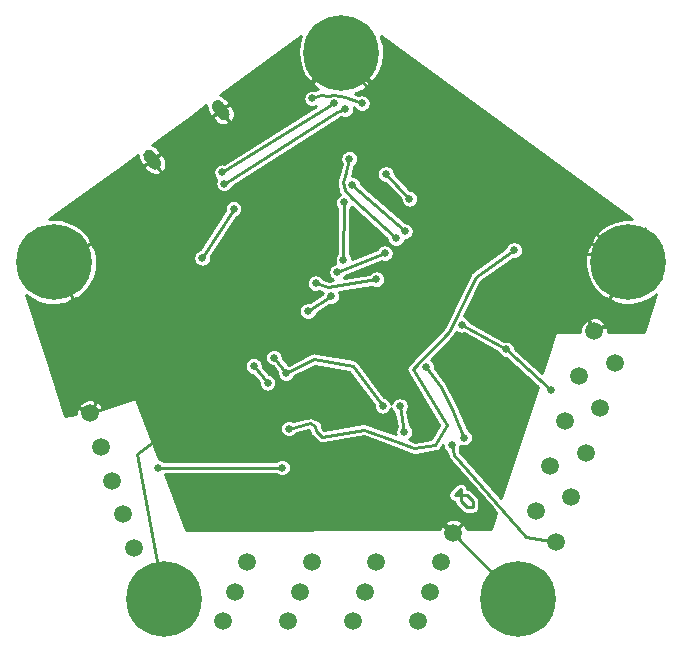
<source format=gbr>
%TF.GenerationSoftware,KiCad,Pcbnew,5.1.6-c6e7f7d~87~ubuntu18.04.1*%
%TF.CreationDate,2020-07-29T15:25:13-07:00*%
%TF.ProjectId,esp32_picod4_downpads,65737033-325f-4706-9963-6f64345f646f,rev?*%
%TF.SameCoordinates,Original*%
%TF.FileFunction,Copper,L2,Bot*%
%TF.FilePolarity,Positive*%
%FSLAX46Y46*%
G04 Gerber Fmt 4.6, Leading zero omitted, Abs format (unit mm)*
G04 Created by KiCad (PCBNEW 5.1.6-c6e7f7d~87~ubuntu18.04.1) date 2020-07-29 15:25:13*
%MOMM*%
%LPD*%
G01*
G04 APERTURE LIST*
%TA.AperFunction,SMDPad,CuDef*%
%ADD10C,1.500000*%
%TD*%
%TA.AperFunction,ComponentPad*%
%ADD11C,0.800000*%
%TD*%
%TA.AperFunction,ComponentPad*%
%ADD12C,6.400000*%
%TD*%
%TA.AperFunction,ViaPad*%
%ADD13C,0.650000*%
%TD*%
%TA.AperFunction,Conductor*%
%ADD14C,0.250000*%
%TD*%
%TA.AperFunction,Conductor*%
%ADD15C,0.254000*%
%TD*%
G04 APERTURE END LIST*
D10*
%TO.P,K13,1*%
%TO.N,TOUCH9*%
X97500000Y-117500000D03*
%TD*%
%TO.P,K3,1*%
%TO.N,+3V3*%
X92000000Y-117500000D03*
%TD*%
%TO.P,K5,1*%
%TO.N,ADC7*%
X96500000Y-120000000D03*
%TD*%
%TO.P,J19,6*%
%TO.N,GND*%
%TA.AperFunction,ComponentPad*%
G36*
G01*
X89627454Y-79889828D02*
X89127836Y-79202164D01*
G75*
G02*
X89243983Y-78468843I424734J308587D01*
G01*
X89243983Y-78468843D01*
G75*
G02*
X89977304Y-78584990I308587J-424734D01*
G01*
X90476922Y-79272654D01*
G75*
G02*
X90360775Y-80005975I-424734J-308587D01*
G01*
X90360775Y-80005975D01*
G75*
G02*
X89627454Y-79889828I-308587J424734D01*
G01*
G37*
%TD.AperFunction*%
%TA.AperFunction,ComponentPad*%
G36*
G01*
X84192833Y-82787655D02*
X84692451Y-83475319D01*
G75*
G02*
X84576304Y-84208640I-424734J-308587D01*
G01*
X84576304Y-84208640D01*
G75*
G02*
X83842983Y-84092493I-308587J424734D01*
G01*
X83343365Y-83404829D01*
G75*
G02*
X83459512Y-82671508I424734J308587D01*
G01*
X83459512Y-82671508D01*
G75*
G02*
X84192833Y-82787655I308587J-424734D01*
G01*
G37*
%TD.AperFunction*%
%TD*%
%TO.P,K1,1*%
%TO.N,GND*%
X90000000Y-122500000D03*
%TD*%
%TO.P,K2,1*%
%TO.N,PT0*%
X81534014Y-113469766D03*
%TD*%
%TO.P,K4,1*%
%TO.N,ADC6*%
X80606964Y-110616596D03*
%TD*%
%TO.P,K6,1*%
%TO.N,GND*%
X121423620Y-97942862D03*
%TD*%
%TO.P,K7,1*%
%TO.N,TOUCH0*%
X119475023Y-112030196D03*
%TD*%
%TO.P,K8,1*%
%TO.N,TOUCH3*%
X118951484Y-105551314D03*
%TD*%
%TO.P,K9,1*%
%TO.N,TOUCH4*%
X108500000Y-117500000D03*
%TD*%
%TO.P,K10,1*%
%TO.N,TOUCH6*%
X107500000Y-120000000D03*
%TD*%
%TO.P,K11,1*%
%TO.N,TOUCH7*%
X106500000Y-122500000D03*
%TD*%
%TO.P,K12,1*%
%TO.N,TOUCH8*%
X101000000Y-122500000D03*
%TD*%
%TO.P,K14,1*%
%TO.N,GND*%
X116479348Y-113159766D03*
%TD*%
%TO.P,K15,1*%
%TO.N,Net-(J2-Pad1)*%
X117715416Y-109355540D03*
%TD*%
%TO.P,K16,1*%
%TO.N,Net-(J3-Pad1)*%
X123183227Y-100617517D03*
%TD*%
%TO.P,K17,1*%
%TO.N,Net-(J4-Pad1)*%
X91000000Y-120000000D03*
%TD*%
%TO.P,K18,1*%
%TO.N,Net-(J5-Pad1)*%
X120187552Y-101747088D03*
%TD*%
%TO.P,K19,1*%
%TO.N,GND*%
X120711091Y-108225969D03*
%TD*%
%TO.P,K20,1*%
%TO.N,+3V3*%
X118238955Y-115834422D03*
%TD*%
%TO.P,K21,1*%
%TO.N,PT5*%
X95500000Y-122500000D03*
%TD*%
%TO.P,K23,1*%
%TO.N,VSPIDGPIO23*%
X121947159Y-104421743D03*
%TD*%
%TO.P,K24,1*%
%TO.N,DAC1GPIO25*%
X102000000Y-120000000D03*
%TD*%
%TO.P,K25,1*%
%TO.N,DAC2GPIO26*%
X103000000Y-117500000D03*
%TD*%
%TO.P,K26,1*%
%TO.N,PT6*%
X79679914Y-107763427D03*
%TD*%
%TO.P,K27,1*%
%TO.N,GND*%
X109500000Y-115000000D03*
%TD*%
D11*
%TO.P,M1,1*%
%TO.N,GND*%
X87370452Y-120224557D03*
X86410685Y-118658359D03*
X84624557Y-118229548D03*
X83058359Y-119189315D03*
X82629548Y-120975443D03*
X83589315Y-122541641D03*
X85375443Y-122970452D03*
X86941641Y-122010685D03*
D12*
X85000000Y-120600000D03*
%TD*%
%TO.P,M2,1*%
%TO.N,GND*%
X115000000Y-120600000D03*
D11*
X116941641Y-119189315D03*
X117370452Y-120975443D03*
X116410685Y-122541641D03*
X114624557Y-122970452D03*
X113058359Y-122010685D03*
X112629548Y-120224557D03*
X113589315Y-118658359D03*
X115375443Y-118229548D03*
%TD*%
%TO.P,M4,1*%
%TO.N,GND*%
X76789577Y-94238415D03*
X77982536Y-92841641D03*
X77838415Y-91010423D03*
X76441641Y-89817464D03*
X74610423Y-89961585D03*
X73417464Y-91358359D03*
X73561585Y-93189577D03*
X74958359Y-94382536D03*
D12*
X75700000Y-92100000D03*
%TD*%
%TO.P,M5,1*%
%TO.N,GND*%
X124300000Y-92100000D03*
D11*
X123558359Y-89817464D03*
X125389577Y-89961585D03*
X126582536Y-91358359D03*
X126438415Y-93189577D03*
X125041641Y-94382536D03*
X123210423Y-94238415D03*
X122017464Y-92841641D03*
X122161585Y-91010423D03*
%TD*%
D12*
%TO.P,M3,1*%
%TO.N,GND*%
X100000000Y-74400000D03*
D11*
X102400000Y-74400000D03*
X101697056Y-76097056D03*
X100000000Y-76800000D03*
X98302944Y-76097056D03*
X97600000Y-74400000D03*
X98302944Y-72702944D03*
X100000000Y-72000000D03*
X101697056Y-72702944D03*
%TD*%
D10*
%TO.P,K22,1*%
%TO.N,Net-(K22-Pad1)*%
X82461066Y-116322936D03*
%TD*%
%TO.P,K28,1*%
%TO.N,GND*%
X78752863Y-104910257D03*
%TD*%
D13*
%TO.N,GND*%
X98000000Y-81600000D03*
X105450000Y-88200000D03*
X102137022Y-84625128D03*
X97000000Y-85450000D03*
X92313134Y-92986866D03*
X86400000Y-97050000D03*
X91400000Y-104600000D03*
X98600000Y-106100000D03*
X100400000Y-97350000D03*
X99550000Y-102600000D03*
X97300000Y-99500000D03*
X102800000Y-100450000D03*
X100019672Y-99869672D03*
X90650000Y-100800000D03*
X93350000Y-98050000D03*
X109500000Y-115000000D03*
X120711091Y-108225969D03*
X121423620Y-97942862D03*
X106769173Y-105819173D03*
X115500000Y-103500000D03*
X107470000Y-108710000D03*
X116490000Y-113160000D03*
X90000000Y-122500000D03*
X78752863Y-104910257D03*
X85800000Y-102600000D03*
X84975000Y-106650000D03*
X107450000Y-94875000D03*
X105450000Y-97500000D03*
X109950000Y-98725000D03*
X111625000Y-101325000D03*
X115375000Y-95250000D03*
X105600000Y-112275000D03*
X105600000Y-112275000D03*
X98425000Y-112450000D03*
X115825000Y-84650000D03*
X115825000Y-84650000D03*
X112250000Y-86775000D03*
X108700000Y-86475000D03*
X107800000Y-81400000D03*
X95775000Y-77100000D03*
X94250000Y-80100000D03*
X88350000Y-112025000D03*
X89100000Y-106250000D03*
X92825000Y-112075000D03*
X112725000Y-110350000D03*
X114250000Y-107325000D03*
X91550000Y-99350000D03*
%TO.N,+3V3*%
X100250000Y-87050000D03*
X100200000Y-91900000D03*
X95350000Y-101500000D03*
X94317391Y-100182609D03*
X99150000Y-95000000D03*
X97200000Y-96250000D03*
X103510000Y-104270000D03*
X109360000Y-107590000D03*
X118238955Y-115834422D03*
X92000000Y-117500000D03*
X93775000Y-102325000D03*
X92600000Y-100900000D03*
%TO.N,VUSB*%
X88250000Y-91750000D03*
X90900000Y-87600000D03*
%TO.N,Net-(C10-Pad1)*%
X97550000Y-78250000D03*
X101750000Y-78650000D03*
%TO.N,PT0*%
X81534014Y-113469766D03*
%TO.N,Net-(J2-Pad1)*%
X117715416Y-109355540D03*
%TO.N,Net-(J3-Pad1)*%
X123183227Y-100617517D03*
%TO.N,Net-(J4-Pad1)*%
X91000000Y-120000000D03*
%TO.N,Net-(J5-Pad1)*%
X120187552Y-101747088D03*
%TO.N,PT5*%
X95500000Y-122500000D03*
%TO.N,PT6*%
X79679914Y-107763427D03*
%TO.N,VSPIDGPIO23*%
X122010000Y-104460000D03*
X117770000Y-102920000D03*
X114000000Y-99500000D03*
X110200000Y-97400000D03*
%TO.N,DAC1GPIO25*%
X102000000Y-120000000D03*
%TO.N,DAC2GPIO26*%
X103000000Y-117500000D03*
%TO.N,#EN*%
X95580000Y-106200000D03*
X114640000Y-91090000D03*
%TO.N,Net-(J19-Pad2)*%
X89950000Y-84500000D03*
X99390000Y-78640000D03*
%TO.N,Net-(J19-Pad3)*%
X90100000Y-85450000D03*
X100346551Y-79146551D03*
%TO.N,ADC6*%
X80500000Y-110500000D03*
X84500000Y-109500000D03*
X95000000Y-109500000D03*
%TO.N,ADC7*%
X96500000Y-120000000D03*
%TO.N,TOUCH0*%
X119540000Y-112120000D03*
X107200000Y-101000000D03*
X110440000Y-106960000D03*
%TO.N,TOUCH3*%
X118951484Y-105551314D03*
%TO.N,TOUCH4*%
X108500000Y-117500000D03*
X105350000Y-106490000D03*
X104980000Y-104300000D03*
%TO.N,TOUCH6*%
X107460000Y-120010000D03*
%TO.N,TOUCH7*%
X106520000Y-122500000D03*
%TO.N,TOUCH8*%
X101000000Y-122500000D03*
%TO.N,TOUCH9*%
X97500000Y-117500000D03*
%TO.N,DTR*%
X103800000Y-84650000D03*
X105789786Y-86739786D03*
%TO.N,U0RX*%
X103700000Y-91350000D03*
X99675000Y-92950000D03*
%TO.N,Net-(R7-Pad2)*%
X104650000Y-90100000D03*
X100700000Y-83350000D03*
%TO.N,Net-(R8-Pad1)*%
X100950000Y-85550000D03*
X105400000Y-89500000D03*
%TO.N,U0TX*%
X103000000Y-93550000D03*
X97850000Y-93900000D03*
%TO.N,Net-(K22-Pad1)*%
X82500000Y-116500000D03*
%TD*%
D14*
%TO.N,*%
X109636000Y-111832000D02*
X110144000Y-111324000D01*
X110144000Y-111324000D02*
X110144000Y-112340000D01*
X110144000Y-112340000D02*
X110652000Y-112848000D01*
X110652000Y-112848000D02*
X111160000Y-112848000D01*
X111160000Y-112848000D02*
X111160000Y-112340000D01*
X111160000Y-112340000D02*
X110652000Y-111832000D01*
X110652000Y-111832000D02*
X109636000Y-111832000D01*
%TO.N,GND*%
X98000000Y-81600000D02*
X102200000Y-79950000D01*
X102200000Y-79950000D02*
X103350000Y-78850000D01*
X103350000Y-78850000D02*
X100000000Y-74400000D01*
X105450000Y-88200000D02*
X102137022Y-84625128D01*
X102137022Y-84625128D02*
X102250000Y-80100000D01*
X102250000Y-80100000D02*
X102200000Y-79950000D01*
X97000000Y-85450000D02*
X98000000Y-81600000D01*
X86400000Y-97050000D02*
X92313134Y-92986866D01*
X91400000Y-104600000D02*
X96400000Y-105400000D01*
X96400000Y-105400000D02*
X98100000Y-105150000D01*
X98100000Y-105150000D02*
X98600000Y-106100000D01*
X105450000Y-88200000D02*
X124300000Y-92100000D01*
X99550000Y-102600000D02*
X98100000Y-105150000D01*
X97300000Y-99500000D02*
X100019672Y-99869672D01*
X100019672Y-99869672D02*
X102800000Y-100450000D01*
X97300000Y-99500000D02*
X95800000Y-99050000D01*
X95800000Y-99050000D02*
X93350000Y-98700000D01*
X93350000Y-98700000D02*
X91900000Y-99350000D01*
X91900000Y-99350000D02*
X90650000Y-100800000D01*
X90650000Y-100800000D02*
X91400000Y-104600000D01*
X93350000Y-98700000D02*
X93350000Y-98050000D01*
X109500000Y-115000000D02*
X115000000Y-120600000D01*
X102800000Y-100450000D02*
X105300000Y-103360000D01*
X105300000Y-103360000D02*
X106769173Y-105819173D01*
X116479348Y-113159766D02*
X116490000Y-113160000D01*
X85800000Y-102600000D02*
X78752863Y-104910257D01*
X84975000Y-106650000D02*
X82725000Y-108375000D01*
X82725000Y-108375000D02*
X85000000Y-120600000D01*
X107450000Y-94875000D02*
X105450000Y-97500000D01*
X109950000Y-98725000D02*
X111625000Y-101325000D01*
X109500000Y-115000000D02*
X105600000Y-112275000D01*
X105600000Y-112275000D02*
X98425000Y-112450000D01*
X124300000Y-92100000D02*
X115825000Y-84650000D01*
X115825000Y-84650000D02*
X112250000Y-86775000D01*
X112250000Y-86775000D02*
X108700000Y-86475000D01*
X108700000Y-86475000D02*
X107800000Y-81400000D01*
X95775000Y-77100000D02*
X94250000Y-80100000D01*
X88350000Y-112025000D02*
X92825000Y-112075000D01*
X112725000Y-110350000D02*
X114250000Y-107325000D01*
X90650000Y-100800000D02*
X91550000Y-99350000D01*
%TO.N,+3V3*%
X100250000Y-87050000D02*
X100200000Y-91900000D01*
X95350000Y-101500000D02*
X94317391Y-100182609D01*
X99150000Y-95000000D02*
X97200000Y-96250000D01*
X97750000Y-100300000D02*
X95350000Y-101500000D01*
X101000000Y-100900000D02*
X97750000Y-100300000D01*
X103510000Y-104270000D02*
X101000000Y-100900000D01*
X118238955Y-115834422D02*
X115630000Y-115410000D01*
X115630000Y-115410000D02*
X113160000Y-112510000D01*
X113160000Y-112510000D02*
X109600000Y-108450000D01*
X109600000Y-108450000D02*
X109360000Y-107590000D01*
X93775000Y-102325000D02*
X92600000Y-100900000D01*
%TO.N,VUSB*%
X88250000Y-91750000D02*
X90900000Y-87600000D01*
%TO.N,Net-(C10-Pad1)*%
X99400000Y-77950000D02*
X100300000Y-78100000D01*
X98900000Y-78000000D02*
X99400000Y-77950000D01*
X97550000Y-78250000D02*
X98300000Y-77950000D01*
X100300000Y-78100000D02*
X101750000Y-78650000D01*
X98300000Y-77950000D02*
X98900000Y-78000000D01*
%TO.N,VSPIDGPIO23*%
X121947159Y-104421743D02*
X122010000Y-104460000D01*
X117770000Y-102920000D02*
X114000000Y-99500000D01*
X110200000Y-97400000D02*
X114000000Y-99500000D01*
%TO.N,#EN*%
X109140000Y-98010000D02*
X111410000Y-93370000D01*
X106090000Y-101150000D02*
X109140000Y-98010000D01*
X107790000Y-103910000D02*
X106090000Y-101150000D01*
X108960000Y-105860000D02*
X107790000Y-103910000D01*
X107990000Y-107580000D02*
X108960000Y-105860000D01*
X106200000Y-107880000D02*
X107990000Y-107580000D01*
X111410000Y-93370000D02*
X114640000Y-91090000D01*
X101960000Y-106290000D02*
X104560000Y-107260000D01*
X96800000Y-105890000D02*
X97370000Y-105760000D01*
X104560000Y-107260000D02*
X106200000Y-107880000D01*
X97880000Y-106430000D02*
X98380000Y-106880000D01*
X97370000Y-105760000D02*
X97830000Y-105970000D01*
X98380000Y-106880000D02*
X101960000Y-106290000D01*
X95580000Y-106200000D02*
X96800000Y-105890000D01*
X97830000Y-105970000D02*
X97880000Y-106430000D01*
%TO.N,Net-(J19-Pad2)*%
X89950000Y-84500000D02*
X99390000Y-78640000D01*
%TO.N,Net-(J19-Pad3)*%
X99663793Y-79363793D02*
X90100000Y-85450000D01*
X100346551Y-79146551D02*
X99663793Y-79363793D01*
%TO.N,ADC6*%
X80606964Y-110616596D02*
X80500000Y-110500000D01*
X84500000Y-109500000D02*
X95000000Y-109500000D01*
%TO.N,TOUCH0*%
X119475023Y-112030196D02*
X119540000Y-112120000D01*
X108500000Y-102720000D02*
X107200000Y-101000000D01*
X110440000Y-106960000D02*
X109390000Y-104520000D01*
X109390000Y-104520000D02*
X108500000Y-102720000D01*
%TO.N,TOUCH4*%
X104980000Y-104300000D02*
X105350000Y-106490000D01*
%TO.N,TOUCH6*%
X107500000Y-120000000D02*
X107460000Y-120010000D01*
%TO.N,TOUCH7*%
X106500000Y-122500000D02*
X106520000Y-122500000D01*
%TO.N,DTR*%
X103800000Y-84650000D02*
X105789786Y-86739786D01*
%TO.N,U0RX*%
X103700000Y-91350000D02*
X99675000Y-92950000D01*
%TO.N,Net-(R7-Pad2)*%
X104650000Y-90100000D02*
X100900000Y-86700000D01*
X100900000Y-86700000D02*
X100300000Y-86000000D01*
X100300000Y-86000000D02*
X100200000Y-85350000D01*
X100200000Y-85350000D02*
X100350000Y-84800000D01*
X100350000Y-84800000D02*
X100700000Y-83350000D01*
%TO.N,Net-(R8-Pad1)*%
X100950000Y-85550000D02*
X105400000Y-89500000D01*
%TO.N,U0TX*%
X103000000Y-93550000D02*
X98900000Y-94250000D01*
X98900000Y-94250000D02*
X97850000Y-93900000D01*
%TO.N,Net-(K22-Pad1)*%
X82461066Y-116322936D02*
X82500000Y-116500000D01*
%TD*%
D15*
%TO.N,GND*%
G36*
X124671061Y-88477623D02*
G01*
X123991128Y-88468562D01*
X123288605Y-88598597D01*
X122624949Y-88863189D01*
X122025664Y-89252170D01*
X121513780Y-89750592D01*
X121365076Y-89939223D01*
X121158306Y-90473413D01*
X122042634Y-90924001D01*
X122114915Y-90996282D01*
X122138400Y-90972797D01*
X122192520Y-91000372D01*
X122817014Y-91318567D01*
X124289949Y-92069065D01*
X125303153Y-90080538D01*
X125375436Y-90008255D01*
X125351950Y-89984769D01*
X125379525Y-89930650D01*
X125379526Y-89930650D01*
X125697721Y-89306156D01*
X125728534Y-89245682D01*
X125766216Y-89273051D01*
X125475999Y-89842634D01*
X125403718Y-89914915D01*
X125427203Y-89938400D01*
X125399628Y-89992520D01*
X125119280Y-90542735D01*
X124386423Y-91981048D01*
X124314141Y-92053330D01*
X124337627Y-92076816D01*
X124330935Y-92089949D01*
X126319462Y-93103153D01*
X126391745Y-93175436D01*
X126415231Y-93151950D01*
X126469350Y-93179525D01*
X126469350Y-93179526D01*
X127093844Y-93497721D01*
X127113902Y-93507941D01*
X127099529Y-93552245D01*
X126557366Y-93275999D01*
X126485085Y-93203718D01*
X126461600Y-93227203D01*
X126407480Y-93199628D01*
X125782986Y-92881433D01*
X124418952Y-92186423D01*
X124346670Y-92114141D01*
X124323184Y-92137627D01*
X124310051Y-92130935D01*
X123296847Y-94119462D01*
X123224564Y-94191745D01*
X123248050Y-94215231D01*
X123220475Y-94269350D01*
X123220474Y-94269350D01*
X122902279Y-94893844D01*
X122714400Y-95262578D01*
X123195669Y-95573211D01*
X123894478Y-95721918D01*
X124608872Y-95731438D01*
X125311395Y-95601403D01*
X125975051Y-95336811D01*
X126574336Y-94947830D01*
X126680250Y-94844701D01*
X125660225Y-97989000D01*
X122599716Y-97989000D01*
X122604277Y-97873456D01*
X122568051Y-97644455D01*
X122555324Y-97599333D01*
X122392517Y-97474998D01*
X121454555Y-97952913D01*
X121461247Y-97966046D01*
X121438293Y-97989000D01*
X121421315Y-97989000D01*
X121413569Y-97973797D01*
X121400436Y-97980489D01*
X121376950Y-97957003D01*
X121344953Y-97989000D01*
X121282408Y-97989000D01*
X121392685Y-97932811D01*
X120914770Y-96994849D01*
X120709974Y-96999742D01*
X120539692Y-97157089D01*
X120403380Y-97344633D01*
X120306275Y-97555167D01*
X120252108Y-97780600D01*
X120243881Y-97989000D01*
X118272000Y-97989000D01*
X118247224Y-97991440D01*
X118223399Y-97998667D01*
X118201443Y-98010403D01*
X118182197Y-98026197D01*
X118166403Y-98045443D01*
X118151378Y-98076258D01*
X117024002Y-101497969D01*
X114752000Y-99436896D01*
X114752000Y-99425934D01*
X114723101Y-99280650D01*
X114666414Y-99143794D01*
X114584117Y-99020628D01*
X114479372Y-98915883D01*
X114356206Y-98833586D01*
X114219350Y-98776899D01*
X114074066Y-98748000D01*
X113925934Y-98748000D01*
X113818973Y-98769276D01*
X110916803Y-97165446D01*
X110866414Y-97043794D01*
X110819756Y-96973965D01*
X120955756Y-96973965D01*
X121433671Y-97911927D01*
X122371633Y-97434012D01*
X122366740Y-97229216D01*
X122209393Y-97058934D01*
X122021849Y-96922622D01*
X121811315Y-96825517D01*
X121585882Y-96771350D01*
X121354214Y-96762205D01*
X121125213Y-96798431D01*
X121080091Y-96811158D01*
X120955756Y-96973965D01*
X110819756Y-96973965D01*
X110784117Y-96920628D01*
X110679372Y-96815883D01*
X110556206Y-96733586D01*
X110419350Y-96676899D01*
X110407824Y-96674606D01*
X111843754Y-93739489D01*
X113728795Y-92408872D01*
X120668562Y-92408872D01*
X120798597Y-93111395D01*
X121063189Y-93775051D01*
X121452170Y-94374336D01*
X121950592Y-94886220D01*
X122139223Y-95034924D01*
X122673413Y-95241694D01*
X123124001Y-94357366D01*
X123196282Y-94285085D01*
X123172797Y-94261600D01*
X123200372Y-94207480D01*
X123518567Y-93582986D01*
X124269065Y-92110051D01*
X122280537Y-91096846D01*
X122208255Y-91024564D01*
X122184769Y-91048050D01*
X122171636Y-91041358D01*
X122130650Y-91020475D01*
X122130650Y-91020474D01*
X121506156Y-90702279D01*
X121137422Y-90514400D01*
X120826789Y-90995669D01*
X120678082Y-91694478D01*
X120668562Y-92408872D01*
X113728795Y-92408872D01*
X114539354Y-91836713D01*
X114565934Y-91842000D01*
X114714066Y-91842000D01*
X114859350Y-91813101D01*
X114996206Y-91756414D01*
X115119372Y-91674117D01*
X115224117Y-91569372D01*
X115306414Y-91446206D01*
X115363101Y-91309350D01*
X115392000Y-91164066D01*
X115392000Y-91015934D01*
X115363101Y-90870650D01*
X115306414Y-90733794D01*
X115224117Y-90610628D01*
X115119372Y-90505883D01*
X114996206Y-90423586D01*
X114859350Y-90366899D01*
X114714066Y-90338000D01*
X114565934Y-90338000D01*
X114420650Y-90366899D01*
X114283794Y-90423586D01*
X114160628Y-90505883D01*
X114055883Y-90610628D01*
X113973586Y-90733794D01*
X113916899Y-90870650D01*
X113904379Y-90933594D01*
X111133748Y-92889334D01*
X111131149Y-92890521D01*
X111089396Y-92920641D01*
X111069524Y-92934668D01*
X111067372Y-92936528D01*
X111042965Y-92954135D01*
X111026332Y-92972007D01*
X111007873Y-92987964D01*
X110989393Y-93011696D01*
X110968886Y-93033730D01*
X110956059Y-93054504D01*
X110941068Y-93073755D01*
X110927573Y-93100637D01*
X110926070Y-93103071D01*
X110915319Y-93125047D01*
X110892284Y-93170932D01*
X110891527Y-93173679D01*
X108682792Y-97688451D01*
X105722881Y-100735705D01*
X105712562Y-100743554D01*
X105685089Y-100774613D01*
X105675156Y-100784839D01*
X105667114Y-100794934D01*
X105640521Y-100824998D01*
X105633306Y-100837373D01*
X105624378Y-100848580D01*
X105605970Y-100884257D01*
X105585753Y-100918932D01*
X105581090Y-100932478D01*
X105574521Y-100945210D01*
X105563429Y-100983784D01*
X105550362Y-101021746D01*
X105548431Y-101035945D01*
X105544473Y-101049710D01*
X105541120Y-101089709D01*
X105535710Y-101129488D01*
X105536586Y-101143786D01*
X105535389Y-101158063D01*
X105539905Y-101197956D01*
X105542359Y-101238018D01*
X105546007Y-101251870D01*
X105547619Y-101266108D01*
X105559831Y-101304354D01*
X105570053Y-101343166D01*
X105576334Y-101356040D01*
X105580692Y-101369690D01*
X105600131Y-101404819D01*
X105605785Y-101416409D01*
X105613255Y-101428537D01*
X105633338Y-101464830D01*
X105641709Y-101474734D01*
X107318368Y-104196841D01*
X108321422Y-105868598D01*
X107638712Y-107079176D01*
X106255770Y-107310954D01*
X105757076Y-107122424D01*
X105829372Y-107074117D01*
X105934117Y-106969372D01*
X106016414Y-106846206D01*
X106073101Y-106709350D01*
X106102000Y-106564066D01*
X106102000Y-106415934D01*
X106073101Y-106270650D01*
X106016414Y-106133794D01*
X105934117Y-106010628D01*
X105829372Y-105905883D01*
X105808815Y-105892147D01*
X105609370Y-104711647D01*
X105646414Y-104656206D01*
X105703101Y-104519350D01*
X105732000Y-104374066D01*
X105732000Y-104225934D01*
X105703101Y-104080650D01*
X105646414Y-103943794D01*
X105564117Y-103820628D01*
X105459372Y-103715883D01*
X105336206Y-103633586D01*
X105199350Y-103576899D01*
X105054066Y-103548000D01*
X104905934Y-103548000D01*
X104760650Y-103576899D01*
X104623794Y-103633586D01*
X104500628Y-103715883D01*
X104395883Y-103820628D01*
X104313586Y-103943794D01*
X104256899Y-104080650D01*
X104247984Y-104125470D01*
X104233101Y-104050650D01*
X104176414Y-103913794D01*
X104094117Y-103790628D01*
X103989372Y-103685883D01*
X103866206Y-103603586D01*
X103729350Y-103546899D01*
X103647601Y-103530638D01*
X101465075Y-100600314D01*
X101456898Y-100585511D01*
X101432665Y-100556800D01*
X101426507Y-100548532D01*
X101415200Y-100536107D01*
X101386765Y-100502418D01*
X101378644Y-100495938D01*
X101371656Y-100488260D01*
X101336223Y-100462092D01*
X101301769Y-100434603D01*
X101292540Y-100429833D01*
X101284189Y-100423665D01*
X101244346Y-100404920D01*
X101205177Y-100384673D01*
X101195187Y-100381793D01*
X101185800Y-100377376D01*
X101143071Y-100366765D01*
X101126873Y-100362094D01*
X101116702Y-100360216D01*
X101080271Y-100351169D01*
X101063391Y-100350374D01*
X97861333Y-99759226D01*
X97819374Y-99749686D01*
X97780804Y-99748636D01*
X97742352Y-99745383D01*
X97726561Y-99747158D01*
X97710680Y-99746726D01*
X97672648Y-99753220D01*
X97634298Y-99757532D01*
X97619157Y-99762354D01*
X97603497Y-99765028D01*
X97567457Y-99778819D01*
X97530691Y-99790528D01*
X97493036Y-99811328D01*
X95564016Y-100775838D01*
X95468916Y-100756921D01*
X95069391Y-100247212D01*
X95069391Y-100108543D01*
X95040492Y-99963259D01*
X94983805Y-99826403D01*
X94901508Y-99703237D01*
X94796763Y-99598492D01*
X94673597Y-99516195D01*
X94536741Y-99459508D01*
X94391457Y-99430609D01*
X94243325Y-99430609D01*
X94098041Y-99459508D01*
X93961185Y-99516195D01*
X93838019Y-99598492D01*
X93733274Y-99703237D01*
X93650977Y-99826403D01*
X93594290Y-99963259D01*
X93565391Y-100108543D01*
X93565391Y-100256675D01*
X93594290Y-100401959D01*
X93650977Y-100538815D01*
X93733274Y-100661981D01*
X93838019Y-100766726D01*
X93961185Y-100849023D01*
X94098041Y-100905710D01*
X94198475Y-100925688D01*
X94598000Y-101435398D01*
X94598000Y-101574066D01*
X94626899Y-101719350D01*
X94683586Y-101856206D01*
X94765883Y-101979372D01*
X94870628Y-102084117D01*
X94993794Y-102166414D01*
X95130650Y-102223101D01*
X95275934Y-102252000D01*
X95424066Y-102252000D01*
X95569350Y-102223101D01*
X95706206Y-102166414D01*
X95829372Y-102084117D01*
X95934117Y-101979372D01*
X96016414Y-101856206D01*
X96054162Y-101765073D01*
X97831546Y-100876382D01*
X100686720Y-101403491D01*
X102759802Y-104186873D01*
X102758000Y-104195934D01*
X102758000Y-104344066D01*
X102786899Y-104489350D01*
X102843586Y-104626206D01*
X102925883Y-104749372D01*
X103030628Y-104854117D01*
X103153794Y-104936414D01*
X103290650Y-104993101D01*
X103435934Y-105022000D01*
X103584066Y-105022000D01*
X103729350Y-104993101D01*
X103866206Y-104936414D01*
X103989372Y-104854117D01*
X104094117Y-104749372D01*
X104176414Y-104626206D01*
X104233101Y-104489350D01*
X104242016Y-104444530D01*
X104256899Y-104519350D01*
X104313586Y-104656206D01*
X104395883Y-104779372D01*
X104500628Y-104884117D01*
X104521185Y-104897853D01*
X104720630Y-106078353D01*
X104683586Y-106133794D01*
X104626899Y-106270650D01*
X104598000Y-106415934D01*
X104598000Y-106564066D01*
X104623986Y-106694707D01*
X102196178Y-105788949D01*
X102189062Y-105784838D01*
X102145330Y-105769979D01*
X102127548Y-105763345D01*
X102119643Y-105761251D01*
X102086108Y-105749857D01*
X102067206Y-105747363D01*
X102048770Y-105742480D01*
X102013419Y-105740266D01*
X101978308Y-105735633D01*
X101959277Y-105736875D01*
X101940250Y-105735683D01*
X101905161Y-105740406D01*
X101896987Y-105740939D01*
X101878226Y-105744031D01*
X101832487Y-105750187D01*
X101824718Y-105752849D01*
X98552045Y-106292201D01*
X98405984Y-106160746D01*
X98380127Y-105922859D01*
X98377515Y-105881201D01*
X98367306Y-105842662D01*
X98359133Y-105803638D01*
X98353410Y-105790207D01*
X98349671Y-105776092D01*
X98332136Y-105740278D01*
X98316510Y-105703606D01*
X98308276Y-105691549D01*
X98301856Y-105678436D01*
X98277678Y-105646741D01*
X98255191Y-105613811D01*
X98244761Y-105603589D01*
X98235908Y-105591984D01*
X98206016Y-105565619D01*
X98177532Y-105537704D01*
X98165308Y-105529714D01*
X98154362Y-105520059D01*
X98119888Y-105500024D01*
X98086517Y-105478211D01*
X98047800Y-105462630D01*
X97607960Y-105261834D01*
X97567892Y-105241833D01*
X97532339Y-105232122D01*
X97497485Y-105220180D01*
X97480011Y-105217829D01*
X97463001Y-105213183D01*
X97426235Y-105210594D01*
X97389722Y-105205682D01*
X97372130Y-105206785D01*
X97354535Y-105205546D01*
X97317968Y-105210180D01*
X97281202Y-105212485D01*
X97237954Y-105223942D01*
X96697049Y-105347306D01*
X96690331Y-105348326D01*
X96670648Y-105353327D01*
X96650827Y-105357848D01*
X96644376Y-105360003D01*
X95943104Y-105538195D01*
X95936206Y-105533586D01*
X95799350Y-105476899D01*
X95654066Y-105448000D01*
X95505934Y-105448000D01*
X95360650Y-105476899D01*
X95223794Y-105533586D01*
X95100628Y-105615883D01*
X94995883Y-105720628D01*
X94913586Y-105843794D01*
X94856899Y-105980650D01*
X94828000Y-106125934D01*
X94828000Y-106274066D01*
X94856899Y-106419350D01*
X94913586Y-106556206D01*
X94995883Y-106679372D01*
X95100628Y-106784117D01*
X95223794Y-106866414D01*
X95360650Y-106923101D01*
X95505934Y-106952000D01*
X95654066Y-106952000D01*
X95799350Y-106923101D01*
X95936206Y-106866414D01*
X96059372Y-106784117D01*
X96164117Y-106679372D01*
X96211002Y-106609204D01*
X96929356Y-106426672D01*
X97310655Y-106339709D01*
X97315158Y-106341764D01*
X97326635Y-106447353D01*
X97326097Y-106459152D01*
X97332497Y-106501283D01*
X97334162Y-106516598D01*
X97336572Y-106528106D01*
X97342428Y-106566653D01*
X97347693Y-106581208D01*
X97350867Y-106596362D01*
X97366153Y-106632236D01*
X97379417Y-106668903D01*
X97387422Y-106682154D01*
X97393490Y-106696394D01*
X97415479Y-106728594D01*
X97435643Y-106761971D01*
X97446079Y-106773405D01*
X97454809Y-106786189D01*
X97482656Y-106813479D01*
X97490582Y-106822163D01*
X97502037Y-106832472D01*
X97532468Y-106862295D01*
X97542351Y-106868755D01*
X97972932Y-107256279D01*
X97975058Y-107259051D01*
X98013201Y-107292521D01*
X98030881Y-107308433D01*
X98033699Y-107310508D01*
X98056788Y-107330768D01*
X98077360Y-107342653D01*
X98096507Y-107356750D01*
X98124339Y-107369794D01*
X98150939Y-107385162D01*
X98173442Y-107392808D01*
X98194964Y-107402895D01*
X98224797Y-107410257D01*
X98253892Y-107420143D01*
X98277453Y-107423252D01*
X98300531Y-107428947D01*
X98331231Y-107430348D01*
X98361692Y-107434367D01*
X98385407Y-107432820D01*
X98409152Y-107433903D01*
X98439529Y-107429288D01*
X98443013Y-107429061D01*
X98466442Y-107425200D01*
X98516653Y-107417572D01*
X98519939Y-107416383D01*
X101904751Y-106858552D01*
X104365980Y-107776779D01*
X105963483Y-108380714D01*
X105972313Y-108385783D01*
X106014229Y-108399898D01*
X106030158Y-108405920D01*
X106039946Y-108408558D01*
X106075361Y-108420484D01*
X106092324Y-108422675D01*
X106108844Y-108427128D01*
X106146135Y-108429627D01*
X106183199Y-108434415D01*
X106200269Y-108433254D01*
X106217335Y-108434398D01*
X106254396Y-108429574D01*
X106264505Y-108428887D01*
X106281289Y-108426074D01*
X106325160Y-108420364D01*
X106334810Y-108417104D01*
X108029737Y-108133039D01*
X108031868Y-108133087D01*
X108083201Y-108124078D01*
X108107977Y-108119926D01*
X108110035Y-108119369D01*
X108138966Y-108114292D01*
X108162393Y-108105203D01*
X108186643Y-108098642D01*
X108212956Y-108085586D01*
X108240338Y-108074963D01*
X108261537Y-108061482D01*
X108284047Y-108050313D01*
X108307305Y-108032376D01*
X108332091Y-108016614D01*
X108350258Y-107999251D01*
X108370150Y-107983910D01*
X108389459Y-107961784D01*
X108410697Y-107941486D01*
X108425125Y-107920916D01*
X108441645Y-107901986D01*
X108456270Y-107876512D01*
X108457494Y-107874767D01*
X108469821Y-107852909D01*
X108495783Y-107807688D01*
X108496464Y-107805665D01*
X108608000Y-107607890D01*
X108608000Y-107664066D01*
X108636899Y-107809350D01*
X108693586Y-107946206D01*
X108775883Y-108069372D01*
X108880628Y-108174117D01*
X108965800Y-108231027D01*
X109065123Y-108586935D01*
X109074754Y-108628254D01*
X109090917Y-108663933D01*
X109105097Y-108700458D01*
X109113310Y-108713366D01*
X109119622Y-108727299D01*
X109142438Y-108759144D01*
X109163469Y-108792196D01*
X109192795Y-108822865D01*
X112742378Y-112870987D01*
X113127767Y-113323469D01*
X112683011Y-114673353D01*
X110633016Y-114681245D01*
X110601424Y-114569148D01*
X110496205Y-114362550D01*
X110470158Y-114323568D01*
X110276898Y-114255629D01*
X109848261Y-114684266D01*
X109782955Y-114684518D01*
X110244371Y-114223102D01*
X110176432Y-114029842D01*
X109974166Y-113916517D01*
X109753678Y-113844831D01*
X109523441Y-113817537D01*
X109292304Y-113835684D01*
X109069148Y-113898576D01*
X108862550Y-114003795D01*
X108823568Y-114029842D01*
X108755629Y-114223102D01*
X109219215Y-114686688D01*
X109154411Y-114686938D01*
X108723102Y-114255629D01*
X108529842Y-114323568D01*
X108416517Y-114525834D01*
X108363148Y-114689984D01*
X86887193Y-114772663D01*
X85759720Y-111832000D01*
X109081330Y-111832000D01*
X109091988Y-111940211D01*
X109123552Y-112044263D01*
X109174809Y-112140158D01*
X109243789Y-112224211D01*
X109327842Y-112293191D01*
X109423737Y-112344448D01*
X109527789Y-112376012D01*
X109593515Y-112382486D01*
X109596757Y-112415395D01*
X109599989Y-112448211D01*
X109608481Y-112476206D01*
X109631552Y-112552262D01*
X109682809Y-112648157D01*
X109682810Y-112648158D01*
X109751790Y-112732211D01*
X109772851Y-112749495D01*
X110242508Y-113219154D01*
X110259789Y-113240211D01*
X110343842Y-113309191D01*
X110439737Y-113360448D01*
X110543789Y-113392012D01*
X110624891Y-113400000D01*
X110624901Y-113400000D01*
X110651999Y-113402669D01*
X110679097Y-113400000D01*
X111132891Y-113400000D01*
X111160000Y-113402670D01*
X111187108Y-113400000D01*
X111187109Y-113400000D01*
X111268211Y-113392012D01*
X111372263Y-113360448D01*
X111468158Y-113309191D01*
X111552211Y-113240211D01*
X111621191Y-113156158D01*
X111672448Y-113060263D01*
X111704012Y-112956211D01*
X111714670Y-112848000D01*
X111712000Y-112820891D01*
X111712000Y-112367097D01*
X111714669Y-112339999D01*
X111712000Y-112312901D01*
X111712000Y-112312891D01*
X111704012Y-112231789D01*
X111672448Y-112127737D01*
X111621191Y-112031842D01*
X111552211Y-111947789D01*
X111531154Y-111930508D01*
X111061500Y-111460856D01*
X111044211Y-111439789D01*
X110960158Y-111370809D01*
X110864263Y-111319552D01*
X110760211Y-111287988D01*
X110694486Y-111281514D01*
X110688012Y-111215789D01*
X110656448Y-111111737D01*
X110605191Y-111015842D01*
X110536211Y-110931789D01*
X110452158Y-110862809D01*
X110356262Y-110811552D01*
X110252210Y-110779988D01*
X110144000Y-110769330D01*
X110035789Y-110779988D01*
X109931737Y-110811552D01*
X109835842Y-110862809D01*
X109751789Y-110931789D01*
X109734508Y-110952846D01*
X109264856Y-111422500D01*
X109243789Y-111439789D01*
X109174809Y-111523842D01*
X109123552Y-111619737D01*
X109091988Y-111723789D01*
X109081330Y-111832000D01*
X85759720Y-111832000D01*
X85077253Y-110052000D01*
X94488511Y-110052000D01*
X94520628Y-110084117D01*
X94643794Y-110166414D01*
X94780650Y-110223101D01*
X94925934Y-110252000D01*
X95074066Y-110252000D01*
X95219350Y-110223101D01*
X95356206Y-110166414D01*
X95479372Y-110084117D01*
X95584117Y-109979372D01*
X95666414Y-109856206D01*
X95723101Y-109719350D01*
X95752000Y-109574066D01*
X95752000Y-109425934D01*
X95723101Y-109280650D01*
X95666414Y-109143794D01*
X95584117Y-109020628D01*
X95479372Y-108915883D01*
X95356206Y-108833586D01*
X95219350Y-108776899D01*
X95074066Y-108748000D01*
X94925934Y-108748000D01*
X94780650Y-108776899D01*
X94643794Y-108833586D01*
X94520628Y-108915883D01*
X94488511Y-108948000D01*
X85011489Y-108948000D01*
X84979372Y-108915883D01*
X84856206Y-108833586D01*
X84719350Y-108776899D01*
X84577555Y-108748694D01*
X82643583Y-103704534D01*
X82632434Y-103682274D01*
X82617157Y-103662616D01*
X82598339Y-103646316D01*
X82576702Y-103634000D01*
X82553078Y-103626143D01*
X82528375Y-103623045D01*
X82492640Y-103627192D01*
X79787386Y-104340019D01*
X79667239Y-104160133D01*
X79503328Y-103996161D01*
X79466509Y-103967137D01*
X79261713Y-103962244D01*
X78957856Y-104558597D01*
X78898223Y-104574311D01*
X79220727Y-103941360D01*
X79096392Y-103778553D01*
X78869007Y-103733278D01*
X78637158Y-103733236D01*
X78409756Y-103778424D01*
X78195539Y-103867109D01*
X78002739Y-103995881D01*
X77838767Y-104159792D01*
X77809743Y-104196611D01*
X77804850Y-104401407D01*
X78401216Y-104705270D01*
X78334430Y-104722868D01*
X77783966Y-104442393D01*
X77621159Y-104566728D01*
X77575884Y-104794113D01*
X77575861Y-104922749D01*
X76666821Y-105162279D01*
X75260090Y-100825934D01*
X91848000Y-100825934D01*
X91848000Y-100974066D01*
X91876899Y-101119350D01*
X91933586Y-101256206D01*
X92015883Y-101379372D01*
X92120628Y-101484117D01*
X92243794Y-101566414D01*
X92380650Y-101623101D01*
X92500436Y-101646928D01*
X93023000Y-102280676D01*
X93023000Y-102399066D01*
X93051899Y-102544350D01*
X93108586Y-102681206D01*
X93190883Y-102804372D01*
X93295628Y-102909117D01*
X93418794Y-102991414D01*
X93555650Y-103048101D01*
X93700934Y-103077000D01*
X93849066Y-103077000D01*
X93994350Y-103048101D01*
X94131206Y-102991414D01*
X94254372Y-102909117D01*
X94359117Y-102804372D01*
X94441414Y-102681206D01*
X94498101Y-102544350D01*
X94527000Y-102399066D01*
X94527000Y-102250934D01*
X94498101Y-102105650D01*
X94441414Y-101968794D01*
X94359117Y-101845628D01*
X94254372Y-101740883D01*
X94131206Y-101658586D01*
X93994350Y-101601899D01*
X93874565Y-101578072D01*
X93352000Y-100944324D01*
X93352000Y-100825934D01*
X93323101Y-100680650D01*
X93266414Y-100543794D01*
X93184117Y-100420628D01*
X93079372Y-100315883D01*
X92956206Y-100233586D01*
X92819350Y-100176899D01*
X92674066Y-100148000D01*
X92525934Y-100148000D01*
X92380650Y-100176899D01*
X92243794Y-100233586D01*
X92120628Y-100315883D01*
X92015883Y-100420628D01*
X91933586Y-100543794D01*
X91876899Y-100680650D01*
X91848000Y-100825934D01*
X75260090Y-100825934D01*
X73751608Y-96175934D01*
X96448000Y-96175934D01*
X96448000Y-96324066D01*
X96476899Y-96469350D01*
X96533586Y-96606206D01*
X96615883Y-96729372D01*
X96720628Y-96834117D01*
X96843794Y-96916414D01*
X96980650Y-96973101D01*
X97125934Y-97002000D01*
X97274066Y-97002000D01*
X97419350Y-96973101D01*
X97556206Y-96916414D01*
X97679372Y-96834117D01*
X97784117Y-96729372D01*
X97866414Y-96606206D01*
X97923101Y-96469350D01*
X97929302Y-96438175D01*
X99017780Y-95740432D01*
X99075934Y-95752000D01*
X99224066Y-95752000D01*
X99369350Y-95723101D01*
X99506206Y-95666414D01*
X99629372Y-95584117D01*
X99734117Y-95479372D01*
X99816414Y-95356206D01*
X99873101Y-95219350D01*
X99902000Y-95074066D01*
X99902000Y-94925934D01*
X99873101Y-94780650D01*
X99820179Y-94652883D01*
X102589426Y-94180086D01*
X102643794Y-94216414D01*
X102780650Y-94273101D01*
X102925934Y-94302000D01*
X103074066Y-94302000D01*
X103219350Y-94273101D01*
X103356206Y-94216414D01*
X103479372Y-94134117D01*
X103584117Y-94029372D01*
X103666414Y-93906206D01*
X103723101Y-93769350D01*
X103752000Y-93624066D01*
X103752000Y-93475934D01*
X103723101Y-93330650D01*
X103666414Y-93193794D01*
X103584117Y-93070628D01*
X103479372Y-92965883D01*
X103356206Y-92883586D01*
X103219350Y-92826899D01*
X103074066Y-92798000D01*
X102925934Y-92798000D01*
X102780650Y-92826899D01*
X102643794Y-92883586D01*
X102520628Y-92965883D01*
X102415883Y-93070628D01*
X102401468Y-93092202D01*
X100224633Y-93463856D01*
X100259117Y-93429372D01*
X100341414Y-93306206D01*
X100354853Y-93273762D01*
X103429042Y-92051725D01*
X103480650Y-92073101D01*
X103625934Y-92102000D01*
X103774066Y-92102000D01*
X103919350Y-92073101D01*
X104056206Y-92016414D01*
X104179372Y-91934117D01*
X104284117Y-91829372D01*
X104366414Y-91706206D01*
X104423101Y-91569350D01*
X104452000Y-91424066D01*
X104452000Y-91275934D01*
X104423101Y-91130650D01*
X104366414Y-90993794D01*
X104284117Y-90870628D01*
X104179372Y-90765883D01*
X104056206Y-90683586D01*
X103919350Y-90626899D01*
X103774066Y-90598000D01*
X103625934Y-90598000D01*
X103480650Y-90626899D01*
X103343794Y-90683586D01*
X103220628Y-90765883D01*
X103115883Y-90870628D01*
X103033586Y-90993794D01*
X103020147Y-91026238D01*
X100952000Y-91848359D01*
X100952000Y-91825934D01*
X100923101Y-91680650D01*
X100866414Y-91543794D01*
X100784117Y-91420628D01*
X100757248Y-91393759D01*
X100796701Y-87566788D01*
X100834117Y-87529372D01*
X100894035Y-87439698D01*
X103898000Y-90163294D01*
X103898000Y-90174066D01*
X103926899Y-90319350D01*
X103983586Y-90456206D01*
X104065883Y-90579372D01*
X104170628Y-90684117D01*
X104293794Y-90766414D01*
X104430650Y-90823101D01*
X104575934Y-90852000D01*
X104724066Y-90852000D01*
X104869350Y-90823101D01*
X105006206Y-90766414D01*
X105129372Y-90684117D01*
X105234117Y-90579372D01*
X105316414Y-90456206D01*
X105373101Y-90319350D01*
X105386498Y-90252000D01*
X105474066Y-90252000D01*
X105619350Y-90223101D01*
X105756206Y-90166414D01*
X105879372Y-90084117D01*
X105984117Y-89979372D01*
X106066414Y-89856206D01*
X106123101Y-89719350D01*
X106152000Y-89574066D01*
X106152000Y-89425934D01*
X106123101Y-89280650D01*
X106066414Y-89143794D01*
X105984117Y-89020628D01*
X105879372Y-88915883D01*
X105756206Y-88833586D01*
X105619350Y-88776899D01*
X105474066Y-88748000D01*
X105384333Y-88748000D01*
X101702000Y-85479414D01*
X101702000Y-85475934D01*
X101673101Y-85330650D01*
X101616414Y-85193794D01*
X101534117Y-85070628D01*
X101429372Y-84965883D01*
X101306206Y-84883586D01*
X101169350Y-84826899D01*
X101024066Y-84798000D01*
X100918335Y-84798000D01*
X100971937Y-84575934D01*
X103048000Y-84575934D01*
X103048000Y-84724066D01*
X103076899Y-84869350D01*
X103133586Y-85006206D01*
X103215883Y-85129372D01*
X103320628Y-85234117D01*
X103443794Y-85316414D01*
X103580650Y-85373101D01*
X103725934Y-85402000D01*
X103753819Y-85402000D01*
X105037786Y-86750495D01*
X105037786Y-86813852D01*
X105066685Y-86959136D01*
X105123372Y-87095992D01*
X105205669Y-87219158D01*
X105310414Y-87323903D01*
X105433580Y-87406200D01*
X105570436Y-87462887D01*
X105715720Y-87491786D01*
X105863852Y-87491786D01*
X106009136Y-87462887D01*
X106145992Y-87406200D01*
X106269158Y-87323903D01*
X106373903Y-87219158D01*
X106456200Y-87095992D01*
X106512887Y-86959136D01*
X106541786Y-86813852D01*
X106541786Y-86665720D01*
X106512887Y-86520436D01*
X106456200Y-86383580D01*
X106373903Y-86260414D01*
X106269158Y-86155669D01*
X106145992Y-86073372D01*
X106009136Y-86016685D01*
X105863852Y-85987786D01*
X105835968Y-85987786D01*
X104552000Y-84639291D01*
X104552000Y-84575934D01*
X104523101Y-84430650D01*
X104466414Y-84293794D01*
X104384117Y-84170628D01*
X104279372Y-84065883D01*
X104156206Y-83983586D01*
X104019350Y-83926899D01*
X103874066Y-83898000D01*
X103725934Y-83898000D01*
X103580650Y-83926899D01*
X103443794Y-83983586D01*
X103320628Y-84065883D01*
X103215883Y-84170628D01*
X103133586Y-84293794D01*
X103076899Y-84430650D01*
X103048000Y-84575934D01*
X100971937Y-84575934D01*
X101116761Y-83975952D01*
X101179372Y-83934117D01*
X101284117Y-83829372D01*
X101366414Y-83706206D01*
X101423101Y-83569350D01*
X101452000Y-83424066D01*
X101452000Y-83275934D01*
X101423101Y-83130650D01*
X101366414Y-82993794D01*
X101284117Y-82870628D01*
X101179372Y-82765883D01*
X101056206Y-82683586D01*
X100919350Y-82626899D01*
X100774066Y-82598000D01*
X100625934Y-82598000D01*
X100480650Y-82626899D01*
X100343794Y-82683586D01*
X100220628Y-82765883D01*
X100115883Y-82870628D01*
X100033586Y-82993794D01*
X99976899Y-83130650D01*
X99948000Y-83275934D01*
X99948000Y-83424066D01*
X99976899Y-83569350D01*
X100033586Y-83706206D01*
X100042828Y-83720038D01*
X99815311Y-84662607D01*
X99672676Y-85185602D01*
X99661235Y-85218127D01*
X99654570Y-85264788D01*
X99646685Y-85311260D01*
X99646891Y-85318550D01*
X99645860Y-85325769D01*
X99648427Y-85372839D01*
X99649759Y-85419949D01*
X99657439Y-85453561D01*
X99748905Y-86048095D01*
X99749292Y-86066168D01*
X99757148Y-86101673D01*
X99758541Y-86110729D01*
X99763013Y-86128183D01*
X99772782Y-86172334D01*
X99776485Y-86180759D01*
X99778769Y-86189673D01*
X99798329Y-86230460D01*
X99816533Y-86271878D01*
X99821808Y-86279418D01*
X99825787Y-86287715D01*
X99852927Y-86323900D01*
X99863249Y-86338654D01*
X99869206Y-86345604D01*
X99891030Y-86374701D01*
X99898682Y-86381561D01*
X99893794Y-86383586D01*
X99770628Y-86465883D01*
X99665883Y-86570628D01*
X99583586Y-86693794D01*
X99526899Y-86830650D01*
X99498000Y-86975934D01*
X99498000Y-87124066D01*
X99526899Y-87269350D01*
X99583586Y-87406206D01*
X99665883Y-87529372D01*
X99692752Y-87556241D01*
X99653299Y-91383212D01*
X99615883Y-91420628D01*
X99533586Y-91543794D01*
X99476899Y-91680650D01*
X99448000Y-91825934D01*
X99448000Y-91974066D01*
X99476899Y-92119350D01*
X99516438Y-92214807D01*
X99455650Y-92226899D01*
X99318794Y-92283586D01*
X99195628Y-92365883D01*
X99090883Y-92470628D01*
X99008586Y-92593794D01*
X98951899Y-92730650D01*
X98923000Y-92875934D01*
X98923000Y-93024066D01*
X98951899Y-93169350D01*
X99008586Y-93306206D01*
X99090883Y-93429372D01*
X99195628Y-93534117D01*
X99318794Y-93616414D01*
X99322380Y-93617899D01*
X98943390Y-93682605D01*
X98513393Y-93539273D01*
X98434117Y-93420628D01*
X98329372Y-93315883D01*
X98206206Y-93233586D01*
X98069350Y-93176899D01*
X97924066Y-93148000D01*
X97775934Y-93148000D01*
X97630650Y-93176899D01*
X97493794Y-93233586D01*
X97370628Y-93315883D01*
X97265883Y-93420628D01*
X97183586Y-93543794D01*
X97126899Y-93680650D01*
X97098000Y-93825934D01*
X97098000Y-93974066D01*
X97126899Y-94119350D01*
X97183586Y-94256206D01*
X97265883Y-94379372D01*
X97370628Y-94484117D01*
X97493794Y-94566414D01*
X97630650Y-94623101D01*
X97775934Y-94652000D01*
X97924066Y-94652000D01*
X98069350Y-94623101D01*
X98160483Y-94585353D01*
X98465657Y-94687078D01*
X98426899Y-94780650D01*
X98420698Y-94811825D01*
X97332220Y-95509568D01*
X97274066Y-95498000D01*
X97125934Y-95498000D01*
X96980650Y-95526899D01*
X96843794Y-95583586D01*
X96720628Y-95665883D01*
X96615883Y-95770628D01*
X96533586Y-95893794D01*
X96476899Y-96030650D01*
X96448000Y-96175934D01*
X73751608Y-96175934D01*
X73321659Y-94850588D01*
X73815377Y-95219445D01*
X74460163Y-95527177D01*
X75152595Y-95703205D01*
X75866064Y-95740764D01*
X76573151Y-95638410D01*
X76804331Y-95573211D01*
X77285600Y-95262578D01*
X77097721Y-94893844D01*
X76779526Y-94269350D01*
X76779525Y-94269350D01*
X76751950Y-94215231D01*
X76775436Y-94191745D01*
X76703153Y-94119462D01*
X75689949Y-92130935D01*
X75676816Y-92137627D01*
X75653330Y-92114141D01*
X75581048Y-92186423D01*
X74217014Y-92881433D01*
X73592520Y-93199628D01*
X73538400Y-93227203D01*
X73514915Y-93203718D01*
X73442634Y-93275999D01*
X72900470Y-93552246D01*
X72886098Y-93507941D01*
X72906156Y-93497721D01*
X73530650Y-93179526D01*
X73530650Y-93179525D01*
X73584769Y-93151950D01*
X73608255Y-93175436D01*
X73680538Y-93103153D01*
X75629612Y-92110051D01*
X75730935Y-92110051D01*
X76481433Y-93582986D01*
X76799628Y-94207480D01*
X76827203Y-94261600D01*
X76803718Y-94285085D01*
X76875999Y-94357366D01*
X77326587Y-95241694D01*
X77860777Y-95034924D01*
X78391834Y-94556984D01*
X78819445Y-93984623D01*
X79127177Y-93339837D01*
X79303205Y-92647405D01*
X79340764Y-91933936D01*
X79303418Y-91675934D01*
X87498000Y-91675934D01*
X87498000Y-91824066D01*
X87526899Y-91969350D01*
X87583586Y-92106206D01*
X87665883Y-92229372D01*
X87770628Y-92334117D01*
X87893794Y-92416414D01*
X88030650Y-92473101D01*
X88175934Y-92502000D01*
X88324066Y-92502000D01*
X88469350Y-92473101D01*
X88606206Y-92416414D01*
X88729372Y-92334117D01*
X88834117Y-92229372D01*
X88916414Y-92106206D01*
X88973101Y-91969350D01*
X89002000Y-91824066D01*
X89002000Y-91675934D01*
X88990180Y-91616512D01*
X91089397Y-88329059D01*
X91119350Y-88323101D01*
X91256206Y-88266414D01*
X91379372Y-88184117D01*
X91484117Y-88079372D01*
X91566414Y-87956206D01*
X91623101Y-87819350D01*
X91652000Y-87674066D01*
X91652000Y-87525934D01*
X91623101Y-87380650D01*
X91566414Y-87243794D01*
X91484117Y-87120628D01*
X91379372Y-87015883D01*
X91256206Y-86933586D01*
X91119350Y-86876899D01*
X90974066Y-86848000D01*
X90825934Y-86848000D01*
X90680650Y-86876899D01*
X90543794Y-86933586D01*
X90420628Y-87015883D01*
X90315883Y-87120628D01*
X90233586Y-87243794D01*
X90176899Y-87380650D01*
X90148000Y-87525934D01*
X90148000Y-87674066D01*
X90159820Y-87733488D01*
X88060604Y-91020941D01*
X88030650Y-91026899D01*
X87893794Y-91083586D01*
X87770628Y-91165883D01*
X87665883Y-91270628D01*
X87583586Y-91393794D01*
X87526899Y-91530650D01*
X87498000Y-91675934D01*
X79303418Y-91675934D01*
X79238410Y-91226849D01*
X79173211Y-90995669D01*
X78862578Y-90514400D01*
X78493844Y-90702279D01*
X77869350Y-91020474D01*
X77869350Y-91020475D01*
X77828364Y-91041358D01*
X77815231Y-91048050D01*
X77791745Y-91024564D01*
X77719463Y-91096846D01*
X75730935Y-92110051D01*
X75629612Y-92110051D01*
X75669065Y-92089949D01*
X75662373Y-92076816D01*
X75685859Y-92053330D01*
X75613577Y-91981048D01*
X74880720Y-90542735D01*
X74600372Y-89992520D01*
X74572797Y-89938400D01*
X74596282Y-89914915D01*
X74524001Y-89842634D01*
X74233784Y-89273052D01*
X74271466Y-89245682D01*
X74302279Y-89306156D01*
X74620474Y-89930650D01*
X74620475Y-89930650D01*
X74648050Y-89984769D01*
X74624564Y-90008255D01*
X74696847Y-90080538D01*
X75710051Y-92069065D01*
X77182986Y-91318567D01*
X77807480Y-91000372D01*
X77861600Y-90972797D01*
X77885085Y-90996282D01*
X77957366Y-90924001D01*
X78841694Y-90473413D01*
X78634924Y-89939223D01*
X78156984Y-89408166D01*
X77584623Y-88980555D01*
X76939837Y-88672823D01*
X76247405Y-88496795D01*
X75533936Y-88459236D01*
X75309531Y-88491720D01*
X81468652Y-84018253D01*
X83261243Y-84018253D01*
X83511052Y-84362085D01*
X83638387Y-84498594D01*
X83789909Y-84607637D01*
X83959792Y-84685025D01*
X84141508Y-84727783D01*
X84328074Y-84734269D01*
X84512322Y-84704233D01*
X84679296Y-84642339D01*
X84745751Y-84480994D01*
X84012820Y-83472200D01*
X83261243Y-84018253D01*
X81468652Y-84018253D01*
X82822215Y-83035139D01*
X82815930Y-83110635D01*
X82837033Y-83296117D01*
X82893917Y-83473919D01*
X82984396Y-83637206D01*
X83234205Y-83981038D01*
X83971775Y-83445162D01*
X84050034Y-83445162D01*
X84782966Y-84453956D01*
X84956949Y-84440612D01*
X84968557Y-84425934D01*
X89198000Y-84425934D01*
X89198000Y-84574066D01*
X89226899Y-84719350D01*
X89283586Y-84856206D01*
X89365883Y-84979372D01*
X89452299Y-85065788D01*
X89433586Y-85093794D01*
X89376899Y-85230650D01*
X89348000Y-85375934D01*
X89348000Y-85524066D01*
X89376899Y-85669350D01*
X89433586Y-85806206D01*
X89515883Y-85929372D01*
X89620628Y-86034117D01*
X89743794Y-86116414D01*
X89880650Y-86173101D01*
X90025934Y-86202000D01*
X90174066Y-86202000D01*
X90319350Y-86173101D01*
X90456206Y-86116414D01*
X90579372Y-86034117D01*
X90684117Y-85929372D01*
X90766414Y-85806206D01*
X90823101Y-85669350D01*
X90828845Y-85640473D01*
X99899584Y-79868037D01*
X100026109Y-79827779D01*
X100127201Y-79869652D01*
X100272485Y-79898551D01*
X100420617Y-79898551D01*
X100565901Y-79869652D01*
X100702757Y-79812965D01*
X100825923Y-79730668D01*
X100930668Y-79625923D01*
X101012965Y-79502757D01*
X101069652Y-79365901D01*
X101098551Y-79220617D01*
X101098551Y-79072485D01*
X101086122Y-79010002D01*
X101165883Y-79129372D01*
X101270628Y-79234117D01*
X101393794Y-79316414D01*
X101530650Y-79373101D01*
X101675934Y-79402000D01*
X101824066Y-79402000D01*
X101969350Y-79373101D01*
X102106206Y-79316414D01*
X102229372Y-79234117D01*
X102334117Y-79129372D01*
X102416414Y-79006206D01*
X102473101Y-78869350D01*
X102502000Y-78724066D01*
X102502000Y-78575934D01*
X102473101Y-78430650D01*
X102416414Y-78293794D01*
X102334117Y-78170628D01*
X102229372Y-78065883D01*
X102106206Y-77983586D01*
X101969350Y-77926899D01*
X101824066Y-77898000D01*
X101675934Y-77898000D01*
X101530650Y-77926899D01*
X101468240Y-77952750D01*
X101172905Y-77840727D01*
X101282994Y-77811256D01*
X101923845Y-77495409D01*
X102123562Y-77361963D01*
X102485286Y-76917813D01*
X100000000Y-74432527D01*
X97514714Y-76917813D01*
X97876438Y-77361963D01*
X98043101Y-77458238D01*
X97819508Y-77547675D01*
X97769350Y-77526899D01*
X97624066Y-77498000D01*
X97475934Y-77498000D01*
X97330650Y-77526899D01*
X97193794Y-77583586D01*
X97070628Y-77665883D01*
X96965883Y-77770628D01*
X96883586Y-77893794D01*
X96826899Y-78030650D01*
X96798000Y-78175934D01*
X96798000Y-78324066D01*
X96826899Y-78469350D01*
X96883586Y-78606206D01*
X96965883Y-78729372D01*
X97070628Y-78834117D01*
X97193794Y-78916414D01*
X97330650Y-78973101D01*
X97475934Y-79002000D01*
X97624066Y-79002000D01*
X97769350Y-78973101D01*
X97881817Y-78926516D01*
X90092770Y-83761666D01*
X90024066Y-83748000D01*
X89875934Y-83748000D01*
X89730650Y-83776899D01*
X89593794Y-83833586D01*
X89470628Y-83915883D01*
X89365883Y-84020628D01*
X89283586Y-84143794D01*
X89226899Y-84280650D01*
X89198000Y-84425934D01*
X84968557Y-84425934D01*
X85067412Y-84300936D01*
X85152914Y-84134988D01*
X85204398Y-83955549D01*
X85219886Y-83769513D01*
X85198783Y-83584031D01*
X85141899Y-83406229D01*
X85051420Y-83242942D01*
X84801611Y-82899110D01*
X84050034Y-83445162D01*
X83971775Y-83445162D01*
X83985782Y-83434986D01*
X83974026Y-83418805D01*
X84011240Y-83391767D01*
X84022996Y-83407948D01*
X84774573Y-82861895D01*
X84524764Y-82518063D01*
X84397429Y-82381554D01*
X84245907Y-82272511D01*
X84076024Y-82195123D01*
X84002559Y-82177837D01*
X87254930Y-79815588D01*
X89045714Y-79815588D01*
X89295523Y-80159420D01*
X89422858Y-80295929D01*
X89574380Y-80404972D01*
X89744263Y-80482360D01*
X89925979Y-80525118D01*
X90112545Y-80531604D01*
X90296793Y-80501568D01*
X90463767Y-80439674D01*
X90530222Y-80278329D01*
X89797291Y-79269535D01*
X89045714Y-79815588D01*
X87254930Y-79815588D01*
X88606570Y-78833871D01*
X88600401Y-78907970D01*
X88621504Y-79093452D01*
X88678388Y-79271254D01*
X88768867Y-79434541D01*
X89018676Y-79778373D01*
X89756246Y-79242497D01*
X89834505Y-79242497D01*
X90567437Y-80251291D01*
X90741420Y-80237947D01*
X90851883Y-80098271D01*
X90937385Y-79932323D01*
X90988869Y-79752884D01*
X91004357Y-79566848D01*
X90983254Y-79381366D01*
X90926370Y-79203564D01*
X90835891Y-79040277D01*
X90586082Y-78696445D01*
X89834505Y-79242497D01*
X89756246Y-79242497D01*
X89770253Y-79232321D01*
X89758497Y-79216140D01*
X89795711Y-79189102D01*
X89807467Y-79205283D01*
X90559044Y-78659230D01*
X90309235Y-78315398D01*
X90181900Y-78178889D01*
X90030378Y-78069846D01*
X89860495Y-77992458D01*
X89788395Y-77975493D01*
X96647093Y-72993912D01*
X96450851Y-73571578D01*
X96357430Y-74279901D01*
X96403991Y-74992839D01*
X96588744Y-75682994D01*
X96904591Y-76323845D01*
X97038037Y-76523562D01*
X97482187Y-76885286D01*
X99967473Y-74400000D01*
X99953331Y-74385858D01*
X99985858Y-74353331D01*
X100000000Y-74367473D01*
X100014142Y-74353331D01*
X100046669Y-74385858D01*
X100032527Y-74400000D01*
X102517813Y-76885286D01*
X102961963Y-76523562D01*
X103319336Y-75904908D01*
X103549149Y-75228422D01*
X103642570Y-74520099D01*
X103596009Y-73807161D01*
X103411256Y-73117006D01*
X103349295Y-72991288D01*
X124671061Y-88477623D01*
G37*
X124671061Y-88477623D02*
X123991128Y-88468562D01*
X123288605Y-88598597D01*
X122624949Y-88863189D01*
X122025664Y-89252170D01*
X121513780Y-89750592D01*
X121365076Y-89939223D01*
X121158306Y-90473413D01*
X122042634Y-90924001D01*
X122114915Y-90996282D01*
X122138400Y-90972797D01*
X122192520Y-91000372D01*
X122817014Y-91318567D01*
X124289949Y-92069065D01*
X125303153Y-90080538D01*
X125375436Y-90008255D01*
X125351950Y-89984769D01*
X125379525Y-89930650D01*
X125379526Y-89930650D01*
X125697721Y-89306156D01*
X125728534Y-89245682D01*
X125766216Y-89273051D01*
X125475999Y-89842634D01*
X125403718Y-89914915D01*
X125427203Y-89938400D01*
X125399628Y-89992520D01*
X125119280Y-90542735D01*
X124386423Y-91981048D01*
X124314141Y-92053330D01*
X124337627Y-92076816D01*
X124330935Y-92089949D01*
X126319462Y-93103153D01*
X126391745Y-93175436D01*
X126415231Y-93151950D01*
X126469350Y-93179525D01*
X126469350Y-93179526D01*
X127093844Y-93497721D01*
X127113902Y-93507941D01*
X127099529Y-93552245D01*
X126557366Y-93275999D01*
X126485085Y-93203718D01*
X126461600Y-93227203D01*
X126407480Y-93199628D01*
X125782986Y-92881433D01*
X124418952Y-92186423D01*
X124346670Y-92114141D01*
X124323184Y-92137627D01*
X124310051Y-92130935D01*
X123296847Y-94119462D01*
X123224564Y-94191745D01*
X123248050Y-94215231D01*
X123220475Y-94269350D01*
X123220474Y-94269350D01*
X122902279Y-94893844D01*
X122714400Y-95262578D01*
X123195669Y-95573211D01*
X123894478Y-95721918D01*
X124608872Y-95731438D01*
X125311395Y-95601403D01*
X125975051Y-95336811D01*
X126574336Y-94947830D01*
X126680250Y-94844701D01*
X125660225Y-97989000D01*
X122599716Y-97989000D01*
X122604277Y-97873456D01*
X122568051Y-97644455D01*
X122555324Y-97599333D01*
X122392517Y-97474998D01*
X121454555Y-97952913D01*
X121461247Y-97966046D01*
X121438293Y-97989000D01*
X121421315Y-97989000D01*
X121413569Y-97973797D01*
X121400436Y-97980489D01*
X121376950Y-97957003D01*
X121344953Y-97989000D01*
X121282408Y-97989000D01*
X121392685Y-97932811D01*
X120914770Y-96994849D01*
X120709974Y-96999742D01*
X120539692Y-97157089D01*
X120403380Y-97344633D01*
X120306275Y-97555167D01*
X120252108Y-97780600D01*
X120243881Y-97989000D01*
X118272000Y-97989000D01*
X118247224Y-97991440D01*
X118223399Y-97998667D01*
X118201443Y-98010403D01*
X118182197Y-98026197D01*
X118166403Y-98045443D01*
X118151378Y-98076258D01*
X117024002Y-101497969D01*
X114752000Y-99436896D01*
X114752000Y-99425934D01*
X114723101Y-99280650D01*
X114666414Y-99143794D01*
X114584117Y-99020628D01*
X114479372Y-98915883D01*
X114356206Y-98833586D01*
X114219350Y-98776899D01*
X114074066Y-98748000D01*
X113925934Y-98748000D01*
X113818973Y-98769276D01*
X110916803Y-97165446D01*
X110866414Y-97043794D01*
X110819756Y-96973965D01*
X120955756Y-96973965D01*
X121433671Y-97911927D01*
X122371633Y-97434012D01*
X122366740Y-97229216D01*
X122209393Y-97058934D01*
X122021849Y-96922622D01*
X121811315Y-96825517D01*
X121585882Y-96771350D01*
X121354214Y-96762205D01*
X121125213Y-96798431D01*
X121080091Y-96811158D01*
X120955756Y-96973965D01*
X110819756Y-96973965D01*
X110784117Y-96920628D01*
X110679372Y-96815883D01*
X110556206Y-96733586D01*
X110419350Y-96676899D01*
X110407824Y-96674606D01*
X111843754Y-93739489D01*
X113728795Y-92408872D01*
X120668562Y-92408872D01*
X120798597Y-93111395D01*
X121063189Y-93775051D01*
X121452170Y-94374336D01*
X121950592Y-94886220D01*
X122139223Y-95034924D01*
X122673413Y-95241694D01*
X123124001Y-94357366D01*
X123196282Y-94285085D01*
X123172797Y-94261600D01*
X123200372Y-94207480D01*
X123518567Y-93582986D01*
X124269065Y-92110051D01*
X122280537Y-91096846D01*
X122208255Y-91024564D01*
X122184769Y-91048050D01*
X122171636Y-91041358D01*
X122130650Y-91020475D01*
X122130650Y-91020474D01*
X121506156Y-90702279D01*
X121137422Y-90514400D01*
X120826789Y-90995669D01*
X120678082Y-91694478D01*
X120668562Y-92408872D01*
X113728795Y-92408872D01*
X114539354Y-91836713D01*
X114565934Y-91842000D01*
X114714066Y-91842000D01*
X114859350Y-91813101D01*
X114996206Y-91756414D01*
X115119372Y-91674117D01*
X115224117Y-91569372D01*
X115306414Y-91446206D01*
X115363101Y-91309350D01*
X115392000Y-91164066D01*
X115392000Y-91015934D01*
X115363101Y-90870650D01*
X115306414Y-90733794D01*
X115224117Y-90610628D01*
X115119372Y-90505883D01*
X114996206Y-90423586D01*
X114859350Y-90366899D01*
X114714066Y-90338000D01*
X114565934Y-90338000D01*
X114420650Y-90366899D01*
X114283794Y-90423586D01*
X114160628Y-90505883D01*
X114055883Y-90610628D01*
X113973586Y-90733794D01*
X113916899Y-90870650D01*
X113904379Y-90933594D01*
X111133748Y-92889334D01*
X111131149Y-92890521D01*
X111089396Y-92920641D01*
X111069524Y-92934668D01*
X111067372Y-92936528D01*
X111042965Y-92954135D01*
X111026332Y-92972007D01*
X111007873Y-92987964D01*
X110989393Y-93011696D01*
X110968886Y-93033730D01*
X110956059Y-93054504D01*
X110941068Y-93073755D01*
X110927573Y-93100637D01*
X110926070Y-93103071D01*
X110915319Y-93125047D01*
X110892284Y-93170932D01*
X110891527Y-93173679D01*
X108682792Y-97688451D01*
X105722881Y-100735705D01*
X105712562Y-100743554D01*
X105685089Y-100774613D01*
X105675156Y-100784839D01*
X105667114Y-100794934D01*
X105640521Y-100824998D01*
X105633306Y-100837373D01*
X105624378Y-100848580D01*
X105605970Y-100884257D01*
X105585753Y-100918932D01*
X105581090Y-100932478D01*
X105574521Y-100945210D01*
X105563429Y-100983784D01*
X105550362Y-101021746D01*
X105548431Y-101035945D01*
X105544473Y-101049710D01*
X105541120Y-101089709D01*
X105535710Y-101129488D01*
X105536586Y-101143786D01*
X105535389Y-101158063D01*
X105539905Y-101197956D01*
X105542359Y-101238018D01*
X105546007Y-101251870D01*
X105547619Y-101266108D01*
X105559831Y-101304354D01*
X105570053Y-101343166D01*
X105576334Y-101356040D01*
X105580692Y-101369690D01*
X105600131Y-101404819D01*
X105605785Y-101416409D01*
X105613255Y-101428537D01*
X105633338Y-101464830D01*
X105641709Y-101474734D01*
X107318368Y-104196841D01*
X108321422Y-105868598D01*
X107638712Y-107079176D01*
X106255770Y-107310954D01*
X105757076Y-107122424D01*
X105829372Y-107074117D01*
X105934117Y-106969372D01*
X106016414Y-106846206D01*
X106073101Y-106709350D01*
X106102000Y-106564066D01*
X106102000Y-106415934D01*
X106073101Y-106270650D01*
X106016414Y-106133794D01*
X105934117Y-106010628D01*
X105829372Y-105905883D01*
X105808815Y-105892147D01*
X105609370Y-104711647D01*
X105646414Y-104656206D01*
X105703101Y-104519350D01*
X105732000Y-104374066D01*
X105732000Y-104225934D01*
X105703101Y-104080650D01*
X105646414Y-103943794D01*
X105564117Y-103820628D01*
X105459372Y-103715883D01*
X105336206Y-103633586D01*
X105199350Y-103576899D01*
X105054066Y-103548000D01*
X104905934Y-103548000D01*
X104760650Y-103576899D01*
X104623794Y-103633586D01*
X104500628Y-103715883D01*
X104395883Y-103820628D01*
X104313586Y-103943794D01*
X104256899Y-104080650D01*
X104247984Y-104125470D01*
X104233101Y-104050650D01*
X104176414Y-103913794D01*
X104094117Y-103790628D01*
X103989372Y-103685883D01*
X103866206Y-103603586D01*
X103729350Y-103546899D01*
X103647601Y-103530638D01*
X101465075Y-100600314D01*
X101456898Y-100585511D01*
X101432665Y-100556800D01*
X101426507Y-100548532D01*
X101415200Y-100536107D01*
X101386765Y-100502418D01*
X101378644Y-100495938D01*
X101371656Y-100488260D01*
X101336223Y-100462092D01*
X101301769Y-100434603D01*
X101292540Y-100429833D01*
X101284189Y-100423665D01*
X101244346Y-100404920D01*
X101205177Y-100384673D01*
X101195187Y-100381793D01*
X101185800Y-100377376D01*
X101143071Y-100366765D01*
X101126873Y-100362094D01*
X101116702Y-100360216D01*
X101080271Y-100351169D01*
X101063391Y-100350374D01*
X97861333Y-99759226D01*
X97819374Y-99749686D01*
X97780804Y-99748636D01*
X97742352Y-99745383D01*
X97726561Y-99747158D01*
X97710680Y-99746726D01*
X97672648Y-99753220D01*
X97634298Y-99757532D01*
X97619157Y-99762354D01*
X97603497Y-99765028D01*
X97567457Y-99778819D01*
X97530691Y-99790528D01*
X97493036Y-99811328D01*
X95564016Y-100775838D01*
X95468916Y-100756921D01*
X95069391Y-100247212D01*
X95069391Y-100108543D01*
X95040492Y-99963259D01*
X94983805Y-99826403D01*
X94901508Y-99703237D01*
X94796763Y-99598492D01*
X94673597Y-99516195D01*
X94536741Y-99459508D01*
X94391457Y-99430609D01*
X94243325Y-99430609D01*
X94098041Y-99459508D01*
X93961185Y-99516195D01*
X93838019Y-99598492D01*
X93733274Y-99703237D01*
X93650977Y-99826403D01*
X93594290Y-99963259D01*
X93565391Y-100108543D01*
X93565391Y-100256675D01*
X93594290Y-100401959D01*
X93650977Y-100538815D01*
X93733274Y-100661981D01*
X93838019Y-100766726D01*
X93961185Y-100849023D01*
X94098041Y-100905710D01*
X94198475Y-100925688D01*
X94598000Y-101435398D01*
X94598000Y-101574066D01*
X94626899Y-101719350D01*
X94683586Y-101856206D01*
X94765883Y-101979372D01*
X94870628Y-102084117D01*
X94993794Y-102166414D01*
X95130650Y-102223101D01*
X95275934Y-102252000D01*
X95424066Y-102252000D01*
X95569350Y-102223101D01*
X95706206Y-102166414D01*
X95829372Y-102084117D01*
X95934117Y-101979372D01*
X96016414Y-101856206D01*
X96054162Y-101765073D01*
X97831546Y-100876382D01*
X100686720Y-101403491D01*
X102759802Y-104186873D01*
X102758000Y-104195934D01*
X102758000Y-104344066D01*
X102786899Y-104489350D01*
X102843586Y-104626206D01*
X102925883Y-104749372D01*
X103030628Y-104854117D01*
X103153794Y-104936414D01*
X103290650Y-104993101D01*
X103435934Y-105022000D01*
X103584066Y-105022000D01*
X103729350Y-104993101D01*
X103866206Y-104936414D01*
X103989372Y-104854117D01*
X104094117Y-104749372D01*
X104176414Y-104626206D01*
X104233101Y-104489350D01*
X104242016Y-104444530D01*
X104256899Y-104519350D01*
X104313586Y-104656206D01*
X104395883Y-104779372D01*
X104500628Y-104884117D01*
X104521185Y-104897853D01*
X104720630Y-106078353D01*
X104683586Y-106133794D01*
X104626899Y-106270650D01*
X104598000Y-106415934D01*
X104598000Y-106564066D01*
X104623986Y-106694707D01*
X102196178Y-105788949D01*
X102189062Y-105784838D01*
X102145330Y-105769979D01*
X102127548Y-105763345D01*
X102119643Y-105761251D01*
X102086108Y-105749857D01*
X102067206Y-105747363D01*
X102048770Y-105742480D01*
X102013419Y-105740266D01*
X101978308Y-105735633D01*
X101959277Y-105736875D01*
X101940250Y-105735683D01*
X101905161Y-105740406D01*
X101896987Y-105740939D01*
X101878226Y-105744031D01*
X101832487Y-105750187D01*
X101824718Y-105752849D01*
X98552045Y-106292201D01*
X98405984Y-106160746D01*
X98380127Y-105922859D01*
X98377515Y-105881201D01*
X98367306Y-105842662D01*
X98359133Y-105803638D01*
X98353410Y-105790207D01*
X98349671Y-105776092D01*
X98332136Y-105740278D01*
X98316510Y-105703606D01*
X98308276Y-105691549D01*
X98301856Y-105678436D01*
X98277678Y-105646741D01*
X98255191Y-105613811D01*
X98244761Y-105603589D01*
X98235908Y-105591984D01*
X98206016Y-105565619D01*
X98177532Y-105537704D01*
X98165308Y-105529714D01*
X98154362Y-105520059D01*
X98119888Y-105500024D01*
X98086517Y-105478211D01*
X98047800Y-105462630D01*
X97607960Y-105261834D01*
X97567892Y-105241833D01*
X97532339Y-105232122D01*
X97497485Y-105220180D01*
X97480011Y-105217829D01*
X97463001Y-105213183D01*
X97426235Y-105210594D01*
X97389722Y-105205682D01*
X97372130Y-105206785D01*
X97354535Y-105205546D01*
X97317968Y-105210180D01*
X97281202Y-105212485D01*
X97237954Y-105223942D01*
X96697049Y-105347306D01*
X96690331Y-105348326D01*
X96670648Y-105353327D01*
X96650827Y-105357848D01*
X96644376Y-105360003D01*
X95943104Y-105538195D01*
X95936206Y-105533586D01*
X95799350Y-105476899D01*
X95654066Y-105448000D01*
X95505934Y-105448000D01*
X95360650Y-105476899D01*
X95223794Y-105533586D01*
X95100628Y-105615883D01*
X94995883Y-105720628D01*
X94913586Y-105843794D01*
X94856899Y-105980650D01*
X94828000Y-106125934D01*
X94828000Y-106274066D01*
X94856899Y-106419350D01*
X94913586Y-106556206D01*
X94995883Y-106679372D01*
X95100628Y-106784117D01*
X95223794Y-106866414D01*
X95360650Y-106923101D01*
X95505934Y-106952000D01*
X95654066Y-106952000D01*
X95799350Y-106923101D01*
X95936206Y-106866414D01*
X96059372Y-106784117D01*
X96164117Y-106679372D01*
X96211002Y-106609204D01*
X96929356Y-106426672D01*
X97310655Y-106339709D01*
X97315158Y-106341764D01*
X97326635Y-106447353D01*
X97326097Y-106459152D01*
X97332497Y-106501283D01*
X97334162Y-106516598D01*
X97336572Y-106528106D01*
X97342428Y-106566653D01*
X97347693Y-106581208D01*
X97350867Y-106596362D01*
X97366153Y-106632236D01*
X97379417Y-106668903D01*
X97387422Y-106682154D01*
X97393490Y-106696394D01*
X97415479Y-106728594D01*
X97435643Y-106761971D01*
X97446079Y-106773405D01*
X97454809Y-106786189D01*
X97482656Y-106813479D01*
X97490582Y-106822163D01*
X97502037Y-106832472D01*
X97532468Y-106862295D01*
X97542351Y-106868755D01*
X97972932Y-107256279D01*
X97975058Y-107259051D01*
X98013201Y-107292521D01*
X98030881Y-107308433D01*
X98033699Y-107310508D01*
X98056788Y-107330768D01*
X98077360Y-107342653D01*
X98096507Y-107356750D01*
X98124339Y-107369794D01*
X98150939Y-107385162D01*
X98173442Y-107392808D01*
X98194964Y-107402895D01*
X98224797Y-107410257D01*
X98253892Y-107420143D01*
X98277453Y-107423252D01*
X98300531Y-107428947D01*
X98331231Y-107430348D01*
X98361692Y-107434367D01*
X98385407Y-107432820D01*
X98409152Y-107433903D01*
X98439529Y-107429288D01*
X98443013Y-107429061D01*
X98466442Y-107425200D01*
X98516653Y-107417572D01*
X98519939Y-107416383D01*
X101904751Y-106858552D01*
X104365980Y-107776779D01*
X105963483Y-108380714D01*
X105972313Y-108385783D01*
X106014229Y-108399898D01*
X106030158Y-108405920D01*
X106039946Y-108408558D01*
X106075361Y-108420484D01*
X106092324Y-108422675D01*
X106108844Y-108427128D01*
X106146135Y-108429627D01*
X106183199Y-108434415D01*
X106200269Y-108433254D01*
X106217335Y-108434398D01*
X106254396Y-108429574D01*
X106264505Y-108428887D01*
X106281289Y-108426074D01*
X106325160Y-108420364D01*
X106334810Y-108417104D01*
X108029737Y-108133039D01*
X108031868Y-108133087D01*
X108083201Y-108124078D01*
X108107977Y-108119926D01*
X108110035Y-108119369D01*
X108138966Y-108114292D01*
X108162393Y-108105203D01*
X108186643Y-108098642D01*
X108212956Y-108085586D01*
X108240338Y-108074963D01*
X108261537Y-108061482D01*
X108284047Y-108050313D01*
X108307305Y-108032376D01*
X108332091Y-108016614D01*
X108350258Y-107999251D01*
X108370150Y-107983910D01*
X108389459Y-107961784D01*
X108410697Y-107941486D01*
X108425125Y-107920916D01*
X108441645Y-107901986D01*
X108456270Y-107876512D01*
X108457494Y-107874767D01*
X108469821Y-107852909D01*
X108495783Y-107807688D01*
X108496464Y-107805665D01*
X108608000Y-107607890D01*
X108608000Y-107664066D01*
X108636899Y-107809350D01*
X108693586Y-107946206D01*
X108775883Y-108069372D01*
X108880628Y-108174117D01*
X108965800Y-108231027D01*
X109065123Y-108586935D01*
X109074754Y-108628254D01*
X109090917Y-108663933D01*
X109105097Y-108700458D01*
X109113310Y-108713366D01*
X109119622Y-108727299D01*
X109142438Y-108759144D01*
X109163469Y-108792196D01*
X109192795Y-108822865D01*
X112742378Y-112870987D01*
X113127767Y-113323469D01*
X112683011Y-114673353D01*
X110633016Y-114681245D01*
X110601424Y-114569148D01*
X110496205Y-114362550D01*
X110470158Y-114323568D01*
X110276898Y-114255629D01*
X109848261Y-114684266D01*
X109782955Y-114684518D01*
X110244371Y-114223102D01*
X110176432Y-114029842D01*
X109974166Y-113916517D01*
X109753678Y-113844831D01*
X109523441Y-113817537D01*
X109292304Y-113835684D01*
X109069148Y-113898576D01*
X108862550Y-114003795D01*
X108823568Y-114029842D01*
X108755629Y-114223102D01*
X109219215Y-114686688D01*
X109154411Y-114686938D01*
X108723102Y-114255629D01*
X108529842Y-114323568D01*
X108416517Y-114525834D01*
X108363148Y-114689984D01*
X86887193Y-114772663D01*
X85759720Y-111832000D01*
X109081330Y-111832000D01*
X109091988Y-111940211D01*
X109123552Y-112044263D01*
X109174809Y-112140158D01*
X109243789Y-112224211D01*
X109327842Y-112293191D01*
X109423737Y-112344448D01*
X109527789Y-112376012D01*
X109593515Y-112382486D01*
X109596757Y-112415395D01*
X109599989Y-112448211D01*
X109608481Y-112476206D01*
X109631552Y-112552262D01*
X109682809Y-112648157D01*
X109682810Y-112648158D01*
X109751790Y-112732211D01*
X109772851Y-112749495D01*
X110242508Y-113219154D01*
X110259789Y-113240211D01*
X110343842Y-113309191D01*
X110439737Y-113360448D01*
X110543789Y-113392012D01*
X110624891Y-113400000D01*
X110624901Y-113400000D01*
X110651999Y-113402669D01*
X110679097Y-113400000D01*
X111132891Y-113400000D01*
X111160000Y-113402670D01*
X111187108Y-113400000D01*
X111187109Y-113400000D01*
X111268211Y-113392012D01*
X111372263Y-113360448D01*
X111468158Y-113309191D01*
X111552211Y-113240211D01*
X111621191Y-113156158D01*
X111672448Y-113060263D01*
X111704012Y-112956211D01*
X111714670Y-112848000D01*
X111712000Y-112820891D01*
X111712000Y-112367097D01*
X111714669Y-112339999D01*
X111712000Y-112312901D01*
X111712000Y-112312891D01*
X111704012Y-112231789D01*
X111672448Y-112127737D01*
X111621191Y-112031842D01*
X111552211Y-111947789D01*
X111531154Y-111930508D01*
X111061500Y-111460856D01*
X111044211Y-111439789D01*
X110960158Y-111370809D01*
X110864263Y-111319552D01*
X110760211Y-111287988D01*
X110694486Y-111281514D01*
X110688012Y-111215789D01*
X110656448Y-111111737D01*
X110605191Y-111015842D01*
X110536211Y-110931789D01*
X110452158Y-110862809D01*
X110356262Y-110811552D01*
X110252210Y-110779988D01*
X110144000Y-110769330D01*
X110035789Y-110779988D01*
X109931737Y-110811552D01*
X109835842Y-110862809D01*
X109751789Y-110931789D01*
X109734508Y-110952846D01*
X109264856Y-111422500D01*
X109243789Y-111439789D01*
X109174809Y-111523842D01*
X109123552Y-111619737D01*
X109091988Y-111723789D01*
X109081330Y-111832000D01*
X85759720Y-111832000D01*
X85077253Y-110052000D01*
X94488511Y-110052000D01*
X94520628Y-110084117D01*
X94643794Y-110166414D01*
X94780650Y-110223101D01*
X94925934Y-110252000D01*
X95074066Y-110252000D01*
X95219350Y-110223101D01*
X95356206Y-110166414D01*
X95479372Y-110084117D01*
X95584117Y-109979372D01*
X95666414Y-109856206D01*
X95723101Y-109719350D01*
X95752000Y-109574066D01*
X95752000Y-109425934D01*
X95723101Y-109280650D01*
X95666414Y-109143794D01*
X95584117Y-109020628D01*
X95479372Y-108915883D01*
X95356206Y-108833586D01*
X95219350Y-108776899D01*
X95074066Y-108748000D01*
X94925934Y-108748000D01*
X94780650Y-108776899D01*
X94643794Y-108833586D01*
X94520628Y-108915883D01*
X94488511Y-108948000D01*
X85011489Y-108948000D01*
X84979372Y-108915883D01*
X84856206Y-108833586D01*
X84719350Y-108776899D01*
X84577555Y-108748694D01*
X82643583Y-103704534D01*
X82632434Y-103682274D01*
X82617157Y-103662616D01*
X82598339Y-103646316D01*
X82576702Y-103634000D01*
X82553078Y-103626143D01*
X82528375Y-103623045D01*
X82492640Y-103627192D01*
X79787386Y-104340019D01*
X79667239Y-104160133D01*
X79503328Y-103996161D01*
X79466509Y-103967137D01*
X79261713Y-103962244D01*
X78957856Y-104558597D01*
X78898223Y-104574311D01*
X79220727Y-103941360D01*
X79096392Y-103778553D01*
X78869007Y-103733278D01*
X78637158Y-103733236D01*
X78409756Y-103778424D01*
X78195539Y-103867109D01*
X78002739Y-103995881D01*
X77838767Y-104159792D01*
X77809743Y-104196611D01*
X77804850Y-104401407D01*
X78401216Y-104705270D01*
X78334430Y-104722868D01*
X77783966Y-104442393D01*
X77621159Y-104566728D01*
X77575884Y-104794113D01*
X77575861Y-104922749D01*
X76666821Y-105162279D01*
X75260090Y-100825934D01*
X91848000Y-100825934D01*
X91848000Y-100974066D01*
X91876899Y-101119350D01*
X91933586Y-101256206D01*
X92015883Y-101379372D01*
X92120628Y-101484117D01*
X92243794Y-101566414D01*
X92380650Y-101623101D01*
X92500436Y-101646928D01*
X93023000Y-102280676D01*
X93023000Y-102399066D01*
X93051899Y-102544350D01*
X93108586Y-102681206D01*
X93190883Y-102804372D01*
X93295628Y-102909117D01*
X93418794Y-102991414D01*
X93555650Y-103048101D01*
X93700934Y-103077000D01*
X93849066Y-103077000D01*
X93994350Y-103048101D01*
X94131206Y-102991414D01*
X94254372Y-102909117D01*
X94359117Y-102804372D01*
X94441414Y-102681206D01*
X94498101Y-102544350D01*
X94527000Y-102399066D01*
X94527000Y-102250934D01*
X94498101Y-102105650D01*
X94441414Y-101968794D01*
X94359117Y-101845628D01*
X94254372Y-101740883D01*
X94131206Y-101658586D01*
X93994350Y-101601899D01*
X93874565Y-101578072D01*
X93352000Y-100944324D01*
X93352000Y-100825934D01*
X93323101Y-100680650D01*
X93266414Y-100543794D01*
X93184117Y-100420628D01*
X93079372Y-100315883D01*
X92956206Y-100233586D01*
X92819350Y-100176899D01*
X92674066Y-100148000D01*
X92525934Y-100148000D01*
X92380650Y-100176899D01*
X92243794Y-100233586D01*
X92120628Y-100315883D01*
X92015883Y-100420628D01*
X91933586Y-100543794D01*
X91876899Y-100680650D01*
X91848000Y-100825934D01*
X75260090Y-100825934D01*
X73751608Y-96175934D01*
X96448000Y-96175934D01*
X96448000Y-96324066D01*
X96476899Y-96469350D01*
X96533586Y-96606206D01*
X96615883Y-96729372D01*
X96720628Y-96834117D01*
X96843794Y-96916414D01*
X96980650Y-96973101D01*
X97125934Y-97002000D01*
X97274066Y-97002000D01*
X97419350Y-96973101D01*
X97556206Y-96916414D01*
X97679372Y-96834117D01*
X97784117Y-96729372D01*
X97866414Y-96606206D01*
X97923101Y-96469350D01*
X97929302Y-96438175D01*
X99017780Y-95740432D01*
X99075934Y-95752000D01*
X99224066Y-95752000D01*
X99369350Y-95723101D01*
X99506206Y-95666414D01*
X99629372Y-95584117D01*
X99734117Y-95479372D01*
X99816414Y-95356206D01*
X99873101Y-95219350D01*
X99902000Y-95074066D01*
X99902000Y-94925934D01*
X99873101Y-94780650D01*
X99820179Y-94652883D01*
X102589426Y-94180086D01*
X102643794Y-94216414D01*
X102780650Y-94273101D01*
X102925934Y-94302000D01*
X103074066Y-94302000D01*
X103219350Y-94273101D01*
X103356206Y-94216414D01*
X103479372Y-94134117D01*
X103584117Y-94029372D01*
X103666414Y-93906206D01*
X103723101Y-93769350D01*
X103752000Y-93624066D01*
X103752000Y-93475934D01*
X103723101Y-93330650D01*
X103666414Y-93193794D01*
X103584117Y-93070628D01*
X103479372Y-92965883D01*
X103356206Y-92883586D01*
X103219350Y-92826899D01*
X103074066Y-92798000D01*
X102925934Y-92798000D01*
X102780650Y-92826899D01*
X102643794Y-92883586D01*
X102520628Y-92965883D01*
X102415883Y-93070628D01*
X102401468Y-93092202D01*
X100224633Y-93463856D01*
X100259117Y-93429372D01*
X100341414Y-93306206D01*
X100354853Y-93273762D01*
X103429042Y-92051725D01*
X103480650Y-92073101D01*
X103625934Y-92102000D01*
X103774066Y-92102000D01*
X103919350Y-92073101D01*
X104056206Y-92016414D01*
X104179372Y-91934117D01*
X104284117Y-91829372D01*
X104366414Y-91706206D01*
X104423101Y-91569350D01*
X104452000Y-91424066D01*
X104452000Y-91275934D01*
X104423101Y-91130650D01*
X104366414Y-90993794D01*
X104284117Y-90870628D01*
X104179372Y-90765883D01*
X104056206Y-90683586D01*
X103919350Y-90626899D01*
X103774066Y-90598000D01*
X103625934Y-90598000D01*
X103480650Y-90626899D01*
X103343794Y-90683586D01*
X103220628Y-90765883D01*
X103115883Y-90870628D01*
X103033586Y-90993794D01*
X103020147Y-91026238D01*
X100952000Y-91848359D01*
X100952000Y-91825934D01*
X100923101Y-91680650D01*
X100866414Y-91543794D01*
X100784117Y-91420628D01*
X100757248Y-91393759D01*
X100796701Y-87566788D01*
X100834117Y-87529372D01*
X100894035Y-87439698D01*
X103898000Y-90163294D01*
X103898000Y-90174066D01*
X103926899Y-90319350D01*
X103983586Y-90456206D01*
X104065883Y-90579372D01*
X104170628Y-90684117D01*
X104293794Y-90766414D01*
X104430650Y-90823101D01*
X104575934Y-90852000D01*
X104724066Y-90852000D01*
X104869350Y-90823101D01*
X105006206Y-90766414D01*
X105129372Y-90684117D01*
X105234117Y-90579372D01*
X105316414Y-90456206D01*
X105373101Y-90319350D01*
X105386498Y-90252000D01*
X105474066Y-90252000D01*
X105619350Y-90223101D01*
X105756206Y-90166414D01*
X105879372Y-90084117D01*
X105984117Y-89979372D01*
X106066414Y-89856206D01*
X106123101Y-89719350D01*
X106152000Y-89574066D01*
X106152000Y-89425934D01*
X106123101Y-89280650D01*
X106066414Y-89143794D01*
X105984117Y-89020628D01*
X105879372Y-88915883D01*
X105756206Y-88833586D01*
X105619350Y-88776899D01*
X105474066Y-88748000D01*
X105384333Y-88748000D01*
X101702000Y-85479414D01*
X101702000Y-85475934D01*
X101673101Y-85330650D01*
X101616414Y-85193794D01*
X101534117Y-85070628D01*
X101429372Y-84965883D01*
X101306206Y-84883586D01*
X101169350Y-84826899D01*
X101024066Y-84798000D01*
X100918335Y-84798000D01*
X100971937Y-84575934D01*
X103048000Y-84575934D01*
X103048000Y-84724066D01*
X103076899Y-84869350D01*
X103133586Y-85006206D01*
X103215883Y-85129372D01*
X103320628Y-85234117D01*
X103443794Y-85316414D01*
X103580650Y-85373101D01*
X103725934Y-85402000D01*
X103753819Y-85402000D01*
X105037786Y-86750495D01*
X105037786Y-86813852D01*
X105066685Y-86959136D01*
X105123372Y-87095992D01*
X105205669Y-87219158D01*
X105310414Y-87323903D01*
X105433580Y-87406200D01*
X105570436Y-87462887D01*
X105715720Y-87491786D01*
X105863852Y-87491786D01*
X106009136Y-87462887D01*
X106145992Y-87406200D01*
X106269158Y-87323903D01*
X106373903Y-87219158D01*
X106456200Y-87095992D01*
X106512887Y-86959136D01*
X106541786Y-86813852D01*
X106541786Y-86665720D01*
X106512887Y-86520436D01*
X106456200Y-86383580D01*
X106373903Y-86260414D01*
X106269158Y-86155669D01*
X106145992Y-86073372D01*
X106009136Y-86016685D01*
X105863852Y-85987786D01*
X105835968Y-85987786D01*
X104552000Y-84639291D01*
X104552000Y-84575934D01*
X104523101Y-84430650D01*
X104466414Y-84293794D01*
X104384117Y-84170628D01*
X104279372Y-84065883D01*
X104156206Y-83983586D01*
X104019350Y-83926899D01*
X103874066Y-83898000D01*
X103725934Y-83898000D01*
X103580650Y-83926899D01*
X103443794Y-83983586D01*
X103320628Y-84065883D01*
X103215883Y-84170628D01*
X103133586Y-84293794D01*
X103076899Y-84430650D01*
X103048000Y-84575934D01*
X100971937Y-84575934D01*
X101116761Y-83975952D01*
X101179372Y-83934117D01*
X101284117Y-83829372D01*
X101366414Y-83706206D01*
X101423101Y-83569350D01*
X101452000Y-83424066D01*
X101452000Y-83275934D01*
X101423101Y-83130650D01*
X101366414Y-82993794D01*
X101284117Y-82870628D01*
X101179372Y-82765883D01*
X101056206Y-82683586D01*
X100919350Y-82626899D01*
X100774066Y-82598000D01*
X100625934Y-82598000D01*
X100480650Y-82626899D01*
X100343794Y-82683586D01*
X100220628Y-82765883D01*
X100115883Y-82870628D01*
X100033586Y-82993794D01*
X99976899Y-83130650D01*
X99948000Y-83275934D01*
X99948000Y-83424066D01*
X99976899Y-83569350D01*
X100033586Y-83706206D01*
X100042828Y-83720038D01*
X99815311Y-84662607D01*
X99672676Y-85185602D01*
X99661235Y-85218127D01*
X99654570Y-85264788D01*
X99646685Y-85311260D01*
X99646891Y-85318550D01*
X99645860Y-85325769D01*
X99648427Y-85372839D01*
X99649759Y-85419949D01*
X99657439Y-85453561D01*
X99748905Y-86048095D01*
X99749292Y-86066168D01*
X99757148Y-86101673D01*
X99758541Y-86110729D01*
X99763013Y-86128183D01*
X99772782Y-86172334D01*
X99776485Y-86180759D01*
X99778769Y-86189673D01*
X99798329Y-86230460D01*
X99816533Y-86271878D01*
X99821808Y-86279418D01*
X99825787Y-86287715D01*
X99852927Y-86323900D01*
X99863249Y-86338654D01*
X99869206Y-86345604D01*
X99891030Y-86374701D01*
X99898682Y-86381561D01*
X99893794Y-86383586D01*
X99770628Y-86465883D01*
X99665883Y-86570628D01*
X99583586Y-86693794D01*
X99526899Y-86830650D01*
X99498000Y-86975934D01*
X99498000Y-87124066D01*
X99526899Y-87269350D01*
X99583586Y-87406206D01*
X99665883Y-87529372D01*
X99692752Y-87556241D01*
X99653299Y-91383212D01*
X99615883Y-91420628D01*
X99533586Y-91543794D01*
X99476899Y-91680650D01*
X99448000Y-91825934D01*
X99448000Y-91974066D01*
X99476899Y-92119350D01*
X99516438Y-92214807D01*
X99455650Y-92226899D01*
X99318794Y-92283586D01*
X99195628Y-92365883D01*
X99090883Y-92470628D01*
X99008586Y-92593794D01*
X98951899Y-92730650D01*
X98923000Y-92875934D01*
X98923000Y-93024066D01*
X98951899Y-93169350D01*
X99008586Y-93306206D01*
X99090883Y-93429372D01*
X99195628Y-93534117D01*
X99318794Y-93616414D01*
X99322380Y-93617899D01*
X98943390Y-93682605D01*
X98513393Y-93539273D01*
X98434117Y-93420628D01*
X98329372Y-93315883D01*
X98206206Y-93233586D01*
X98069350Y-93176899D01*
X97924066Y-93148000D01*
X97775934Y-93148000D01*
X97630650Y-93176899D01*
X97493794Y-93233586D01*
X97370628Y-93315883D01*
X97265883Y-93420628D01*
X97183586Y-93543794D01*
X97126899Y-93680650D01*
X97098000Y-93825934D01*
X97098000Y-93974066D01*
X97126899Y-94119350D01*
X97183586Y-94256206D01*
X97265883Y-94379372D01*
X97370628Y-94484117D01*
X97493794Y-94566414D01*
X97630650Y-94623101D01*
X97775934Y-94652000D01*
X97924066Y-94652000D01*
X98069350Y-94623101D01*
X98160483Y-94585353D01*
X98465657Y-94687078D01*
X98426899Y-94780650D01*
X98420698Y-94811825D01*
X97332220Y-95509568D01*
X97274066Y-95498000D01*
X97125934Y-95498000D01*
X96980650Y-95526899D01*
X96843794Y-95583586D01*
X96720628Y-95665883D01*
X96615883Y-95770628D01*
X96533586Y-95893794D01*
X96476899Y-96030650D01*
X96448000Y-96175934D01*
X73751608Y-96175934D01*
X73321659Y-94850588D01*
X73815377Y-95219445D01*
X74460163Y-95527177D01*
X75152595Y-95703205D01*
X75866064Y-95740764D01*
X76573151Y-95638410D01*
X76804331Y-95573211D01*
X77285600Y-95262578D01*
X77097721Y-94893844D01*
X76779526Y-94269350D01*
X76779525Y-94269350D01*
X76751950Y-94215231D01*
X76775436Y-94191745D01*
X76703153Y-94119462D01*
X75689949Y-92130935D01*
X75676816Y-92137627D01*
X75653330Y-92114141D01*
X75581048Y-92186423D01*
X74217014Y-92881433D01*
X73592520Y-93199628D01*
X73538400Y-93227203D01*
X73514915Y-93203718D01*
X73442634Y-93275999D01*
X72900470Y-93552246D01*
X72886098Y-93507941D01*
X72906156Y-93497721D01*
X73530650Y-93179526D01*
X73530650Y-93179525D01*
X73584769Y-93151950D01*
X73608255Y-93175436D01*
X73680538Y-93103153D01*
X75629612Y-92110051D01*
X75730935Y-92110051D01*
X76481433Y-93582986D01*
X76799628Y-94207480D01*
X76827203Y-94261600D01*
X76803718Y-94285085D01*
X76875999Y-94357366D01*
X77326587Y-95241694D01*
X77860777Y-95034924D01*
X78391834Y-94556984D01*
X78819445Y-93984623D01*
X79127177Y-93339837D01*
X79303205Y-92647405D01*
X79340764Y-91933936D01*
X79303418Y-91675934D01*
X87498000Y-91675934D01*
X87498000Y-91824066D01*
X87526899Y-91969350D01*
X87583586Y-92106206D01*
X87665883Y-92229372D01*
X87770628Y-92334117D01*
X87893794Y-92416414D01*
X88030650Y-92473101D01*
X88175934Y-92502000D01*
X88324066Y-92502000D01*
X88469350Y-92473101D01*
X88606206Y-92416414D01*
X88729372Y-92334117D01*
X88834117Y-92229372D01*
X88916414Y-92106206D01*
X88973101Y-91969350D01*
X89002000Y-91824066D01*
X89002000Y-91675934D01*
X88990180Y-91616512D01*
X91089397Y-88329059D01*
X91119350Y-88323101D01*
X91256206Y-88266414D01*
X91379372Y-88184117D01*
X91484117Y-88079372D01*
X91566414Y-87956206D01*
X91623101Y-87819350D01*
X91652000Y-87674066D01*
X91652000Y-87525934D01*
X91623101Y-87380650D01*
X91566414Y-87243794D01*
X91484117Y-87120628D01*
X91379372Y-87015883D01*
X91256206Y-86933586D01*
X91119350Y-86876899D01*
X90974066Y-86848000D01*
X90825934Y-86848000D01*
X90680650Y-86876899D01*
X90543794Y-86933586D01*
X90420628Y-87015883D01*
X90315883Y-87120628D01*
X90233586Y-87243794D01*
X90176899Y-87380650D01*
X90148000Y-87525934D01*
X90148000Y-87674066D01*
X90159820Y-87733488D01*
X88060604Y-91020941D01*
X88030650Y-91026899D01*
X87893794Y-91083586D01*
X87770628Y-91165883D01*
X87665883Y-91270628D01*
X87583586Y-91393794D01*
X87526899Y-91530650D01*
X87498000Y-91675934D01*
X79303418Y-91675934D01*
X79238410Y-91226849D01*
X79173211Y-90995669D01*
X78862578Y-90514400D01*
X78493844Y-90702279D01*
X77869350Y-91020474D01*
X77869350Y-91020475D01*
X77828364Y-91041358D01*
X77815231Y-91048050D01*
X77791745Y-91024564D01*
X77719463Y-91096846D01*
X75730935Y-92110051D01*
X75629612Y-92110051D01*
X75669065Y-92089949D01*
X75662373Y-92076816D01*
X75685859Y-92053330D01*
X75613577Y-91981048D01*
X74880720Y-90542735D01*
X74600372Y-89992520D01*
X74572797Y-89938400D01*
X74596282Y-89914915D01*
X74524001Y-89842634D01*
X74233784Y-89273052D01*
X74271466Y-89245682D01*
X74302279Y-89306156D01*
X74620474Y-89930650D01*
X74620475Y-89930650D01*
X74648050Y-89984769D01*
X74624564Y-90008255D01*
X74696847Y-90080538D01*
X75710051Y-92069065D01*
X77182986Y-91318567D01*
X77807480Y-91000372D01*
X77861600Y-90972797D01*
X77885085Y-90996282D01*
X77957366Y-90924001D01*
X78841694Y-90473413D01*
X78634924Y-89939223D01*
X78156984Y-89408166D01*
X77584623Y-88980555D01*
X76939837Y-88672823D01*
X76247405Y-88496795D01*
X75533936Y-88459236D01*
X75309531Y-88491720D01*
X81468652Y-84018253D01*
X83261243Y-84018253D01*
X83511052Y-84362085D01*
X83638387Y-84498594D01*
X83789909Y-84607637D01*
X83959792Y-84685025D01*
X84141508Y-84727783D01*
X84328074Y-84734269D01*
X84512322Y-84704233D01*
X84679296Y-84642339D01*
X84745751Y-84480994D01*
X84012820Y-83472200D01*
X83261243Y-84018253D01*
X81468652Y-84018253D01*
X82822215Y-83035139D01*
X82815930Y-83110635D01*
X82837033Y-83296117D01*
X82893917Y-83473919D01*
X82984396Y-83637206D01*
X83234205Y-83981038D01*
X83971775Y-83445162D01*
X84050034Y-83445162D01*
X84782966Y-84453956D01*
X84956949Y-84440612D01*
X84968557Y-84425934D01*
X89198000Y-84425934D01*
X89198000Y-84574066D01*
X89226899Y-84719350D01*
X89283586Y-84856206D01*
X89365883Y-84979372D01*
X89452299Y-85065788D01*
X89433586Y-85093794D01*
X89376899Y-85230650D01*
X89348000Y-85375934D01*
X89348000Y-85524066D01*
X89376899Y-85669350D01*
X89433586Y-85806206D01*
X89515883Y-85929372D01*
X89620628Y-86034117D01*
X89743794Y-86116414D01*
X89880650Y-86173101D01*
X90025934Y-86202000D01*
X90174066Y-86202000D01*
X90319350Y-86173101D01*
X90456206Y-86116414D01*
X90579372Y-86034117D01*
X90684117Y-85929372D01*
X90766414Y-85806206D01*
X90823101Y-85669350D01*
X90828845Y-85640473D01*
X99899584Y-79868037D01*
X100026109Y-79827779D01*
X100127201Y-79869652D01*
X100272485Y-79898551D01*
X100420617Y-79898551D01*
X100565901Y-79869652D01*
X100702757Y-79812965D01*
X100825923Y-79730668D01*
X100930668Y-79625923D01*
X101012965Y-79502757D01*
X101069652Y-79365901D01*
X101098551Y-79220617D01*
X101098551Y-79072485D01*
X101086122Y-79010002D01*
X101165883Y-79129372D01*
X101270628Y-79234117D01*
X101393794Y-79316414D01*
X101530650Y-79373101D01*
X101675934Y-79402000D01*
X101824066Y-79402000D01*
X101969350Y-79373101D01*
X102106206Y-79316414D01*
X102229372Y-79234117D01*
X102334117Y-79129372D01*
X102416414Y-79006206D01*
X102473101Y-78869350D01*
X102502000Y-78724066D01*
X102502000Y-78575934D01*
X102473101Y-78430650D01*
X102416414Y-78293794D01*
X102334117Y-78170628D01*
X102229372Y-78065883D01*
X102106206Y-77983586D01*
X101969350Y-77926899D01*
X101824066Y-77898000D01*
X101675934Y-77898000D01*
X101530650Y-77926899D01*
X101468240Y-77952750D01*
X101172905Y-77840727D01*
X101282994Y-77811256D01*
X101923845Y-77495409D01*
X102123562Y-77361963D01*
X102485286Y-76917813D01*
X100000000Y-74432527D01*
X97514714Y-76917813D01*
X97876438Y-77361963D01*
X98043101Y-77458238D01*
X97819508Y-77547675D01*
X97769350Y-77526899D01*
X97624066Y-77498000D01*
X97475934Y-77498000D01*
X97330650Y-77526899D01*
X97193794Y-77583586D01*
X97070628Y-77665883D01*
X96965883Y-77770628D01*
X96883586Y-77893794D01*
X96826899Y-78030650D01*
X96798000Y-78175934D01*
X96798000Y-78324066D01*
X96826899Y-78469350D01*
X96883586Y-78606206D01*
X96965883Y-78729372D01*
X97070628Y-78834117D01*
X97193794Y-78916414D01*
X97330650Y-78973101D01*
X97475934Y-79002000D01*
X97624066Y-79002000D01*
X97769350Y-78973101D01*
X97881817Y-78926516D01*
X90092770Y-83761666D01*
X90024066Y-83748000D01*
X89875934Y-83748000D01*
X89730650Y-83776899D01*
X89593794Y-83833586D01*
X89470628Y-83915883D01*
X89365883Y-84020628D01*
X89283586Y-84143794D01*
X89226899Y-84280650D01*
X89198000Y-84425934D01*
X84968557Y-84425934D01*
X85067412Y-84300936D01*
X85152914Y-84134988D01*
X85204398Y-83955549D01*
X85219886Y-83769513D01*
X85198783Y-83584031D01*
X85141899Y-83406229D01*
X85051420Y-83242942D01*
X84801611Y-82899110D01*
X84050034Y-83445162D01*
X83971775Y-83445162D01*
X83985782Y-83434986D01*
X83974026Y-83418805D01*
X84011240Y-83391767D01*
X84022996Y-83407948D01*
X84774573Y-82861895D01*
X84524764Y-82518063D01*
X84397429Y-82381554D01*
X84245907Y-82272511D01*
X84076024Y-82195123D01*
X84002559Y-82177837D01*
X87254930Y-79815588D01*
X89045714Y-79815588D01*
X89295523Y-80159420D01*
X89422858Y-80295929D01*
X89574380Y-80404972D01*
X89744263Y-80482360D01*
X89925979Y-80525118D01*
X90112545Y-80531604D01*
X90296793Y-80501568D01*
X90463767Y-80439674D01*
X90530222Y-80278329D01*
X89797291Y-79269535D01*
X89045714Y-79815588D01*
X87254930Y-79815588D01*
X88606570Y-78833871D01*
X88600401Y-78907970D01*
X88621504Y-79093452D01*
X88678388Y-79271254D01*
X88768867Y-79434541D01*
X89018676Y-79778373D01*
X89756246Y-79242497D01*
X89834505Y-79242497D01*
X90567437Y-80251291D01*
X90741420Y-80237947D01*
X90851883Y-80098271D01*
X90937385Y-79932323D01*
X90988869Y-79752884D01*
X91004357Y-79566848D01*
X90983254Y-79381366D01*
X90926370Y-79203564D01*
X90835891Y-79040277D01*
X90586082Y-78696445D01*
X89834505Y-79242497D01*
X89756246Y-79242497D01*
X89770253Y-79232321D01*
X89758497Y-79216140D01*
X89795711Y-79189102D01*
X89807467Y-79205283D01*
X90559044Y-78659230D01*
X90309235Y-78315398D01*
X90181900Y-78178889D01*
X90030378Y-78069846D01*
X89860495Y-77992458D01*
X89788395Y-77975493D01*
X96647093Y-72993912D01*
X96450851Y-73571578D01*
X96357430Y-74279901D01*
X96403991Y-74992839D01*
X96588744Y-75682994D01*
X96904591Y-76323845D01*
X97038037Y-76523562D01*
X97482187Y-76885286D01*
X99967473Y-74400000D01*
X99953331Y-74385858D01*
X99985858Y-74353331D01*
X100000000Y-74367473D01*
X100014142Y-74353331D01*
X100046669Y-74385858D01*
X100032527Y-74400000D01*
X102517813Y-76885286D01*
X102961963Y-76523562D01*
X103319336Y-75904908D01*
X103549149Y-75228422D01*
X103642570Y-74520099D01*
X103596009Y-73807161D01*
X103411256Y-73117006D01*
X103349295Y-72991288D01*
X124671061Y-88477623D01*
G36*
X109843794Y-98066414D02*
G01*
X109980650Y-98123101D01*
X110125934Y-98152000D01*
X110274066Y-98152000D01*
X110381027Y-98130724D01*
X113283197Y-99734555D01*
X113333586Y-99856206D01*
X113415883Y-99979372D01*
X113520628Y-100084117D01*
X113643794Y-100166414D01*
X113780650Y-100223101D01*
X113925934Y-100252000D01*
X114007398Y-100252000D01*
X116645900Y-102645549D01*
X113531903Y-112096873D01*
X110097902Y-108180570D01*
X110030049Y-107937430D01*
X110083101Y-107809350D01*
X110112000Y-107664066D01*
X110112000Y-107638097D01*
X110220650Y-107683101D01*
X110365934Y-107712000D01*
X110514066Y-107712000D01*
X110659350Y-107683101D01*
X110796206Y-107626414D01*
X110919372Y-107544117D01*
X111024117Y-107439372D01*
X111106414Y-107316206D01*
X111163101Y-107179350D01*
X111192000Y-107034066D01*
X111192000Y-106885934D01*
X111163101Y-106740650D01*
X111106414Y-106603794D01*
X111024117Y-106480628D01*
X110919372Y-106375883D01*
X110796206Y-106293586D01*
X110745044Y-106272394D01*
X109901986Y-104313287D01*
X109896833Y-104299640D01*
X109891280Y-104288409D01*
X109886329Y-104276904D01*
X109879279Y-104264138D01*
X109007854Y-102501703D01*
X108999242Y-102478307D01*
X108983827Y-102453110D01*
X108982803Y-102451039D01*
X108969652Y-102429939D01*
X108956713Y-102408790D01*
X108955324Y-102406952D01*
X108939696Y-102381879D01*
X108922632Y-102363698D01*
X107951148Y-101078350D01*
X107952000Y-101074066D01*
X107952000Y-100925934D01*
X107923101Y-100780650D01*
X107866414Y-100643794D01*
X107784117Y-100520628D01*
X107679372Y-100415883D01*
X107614632Y-100372625D01*
X109502224Y-98429335D01*
X109507034Y-98425865D01*
X109540007Y-98390437D01*
X109554844Y-98375162D01*
X109558533Y-98370532D01*
X109581113Y-98346270D01*
X109592324Y-98328114D01*
X109605622Y-98311421D01*
X109620825Y-98281956D01*
X109623929Y-98276929D01*
X109633263Y-98257851D01*
X109655480Y-98214791D01*
X109657122Y-98209081D01*
X109755711Y-98007559D01*
X109843794Y-98066414D01*
G37*
X109843794Y-98066414D02*
X109980650Y-98123101D01*
X110125934Y-98152000D01*
X110274066Y-98152000D01*
X110381027Y-98130724D01*
X113283197Y-99734555D01*
X113333586Y-99856206D01*
X113415883Y-99979372D01*
X113520628Y-100084117D01*
X113643794Y-100166414D01*
X113780650Y-100223101D01*
X113925934Y-100252000D01*
X114007398Y-100252000D01*
X116645900Y-102645549D01*
X113531903Y-112096873D01*
X110097902Y-108180570D01*
X110030049Y-107937430D01*
X110083101Y-107809350D01*
X110112000Y-107664066D01*
X110112000Y-107638097D01*
X110220650Y-107683101D01*
X110365934Y-107712000D01*
X110514066Y-107712000D01*
X110659350Y-107683101D01*
X110796206Y-107626414D01*
X110919372Y-107544117D01*
X111024117Y-107439372D01*
X111106414Y-107316206D01*
X111163101Y-107179350D01*
X111192000Y-107034066D01*
X111192000Y-106885934D01*
X111163101Y-106740650D01*
X111106414Y-106603794D01*
X111024117Y-106480628D01*
X110919372Y-106375883D01*
X110796206Y-106293586D01*
X110745044Y-106272394D01*
X109901986Y-104313287D01*
X109896833Y-104299640D01*
X109891280Y-104288409D01*
X109886329Y-104276904D01*
X109879279Y-104264138D01*
X109007854Y-102501703D01*
X108999242Y-102478307D01*
X108983827Y-102453110D01*
X108982803Y-102451039D01*
X108969652Y-102429939D01*
X108956713Y-102408790D01*
X108955324Y-102406952D01*
X108939696Y-102381879D01*
X108922632Y-102363698D01*
X107951148Y-101078350D01*
X107952000Y-101074066D01*
X107952000Y-100925934D01*
X107923101Y-100780650D01*
X107866414Y-100643794D01*
X107784117Y-100520628D01*
X107679372Y-100415883D01*
X107614632Y-100372625D01*
X109502224Y-98429335D01*
X109507034Y-98425865D01*
X109540007Y-98390437D01*
X109554844Y-98375162D01*
X109558533Y-98370532D01*
X109581113Y-98346270D01*
X109592324Y-98328114D01*
X109605622Y-98311421D01*
X109620825Y-98281956D01*
X109623929Y-98276929D01*
X109633263Y-98257851D01*
X109655480Y-98214791D01*
X109657122Y-98209081D01*
X109755711Y-98007559D01*
X109843794Y-98066414D01*
%TD*%
M02*

</source>
